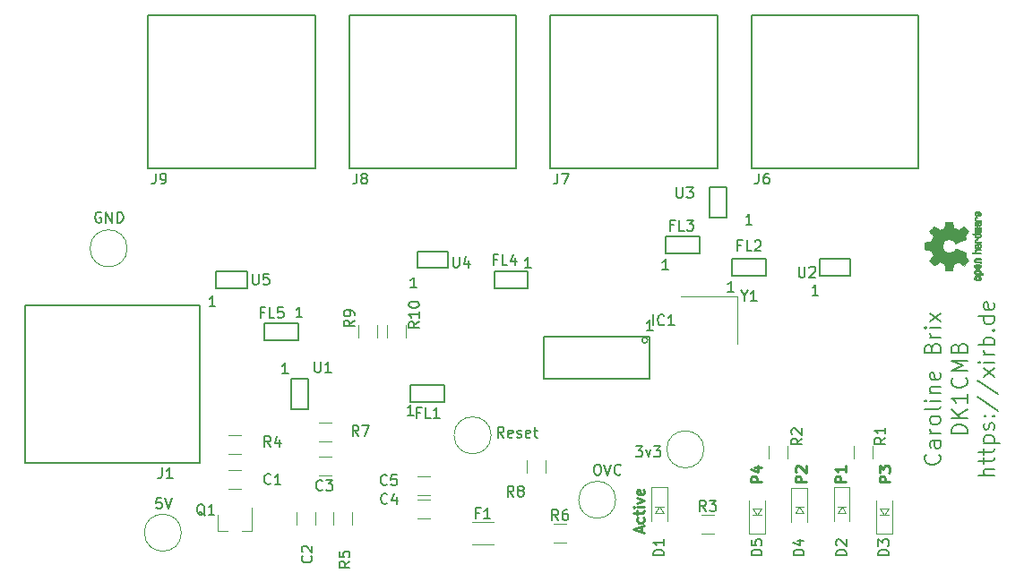
<source format=gbr>
%TF.GenerationSoftware,KiCad,Pcbnew,(2017-10-23 revision a562525)-master*%
%TF.CreationDate,2017-11-11T10:42:01+01:00*%
%TF.ProjectId,USB-Hub V2.0,5553422D4875622056322E302E6B6963,a*%
%TF.SameCoordinates,Original*%
%TF.FileFunction,Legend,Top*%
%TF.FilePolarity,Positive*%
%FSLAX46Y46*%
G04 Gerber Fmt 4.6, Leading zero omitted, Abs format (unit mm)*
G04 Created by KiCad (PCBNEW (2017-10-23 revision a562525)-master) date Saturday, 11. November 2017 'u42' 10:42:01*
%MOMM*%
%LPD*%
G01*
G04 APERTURE LIST*
%ADD10C,0.250000*%
%ADD11C,0.010000*%
%ADD12C,0.150000*%
%ADD13C,0.120000*%
%ADD14C,0.100000*%
G04 APERTURE END LIST*
D10*
X140184166Y-111474000D02*
X140184166Y-110997809D01*
X140469880Y-111569238D02*
X139469880Y-111235904D01*
X140469880Y-110902571D01*
X140422261Y-110140666D02*
X140469880Y-110235904D01*
X140469880Y-110426380D01*
X140422261Y-110521619D01*
X140374642Y-110569238D01*
X140279404Y-110616857D01*
X139993690Y-110616857D01*
X139898452Y-110569238D01*
X139850833Y-110521619D01*
X139803214Y-110426380D01*
X139803214Y-110235904D01*
X139850833Y-110140666D01*
X139803214Y-109854952D02*
X139803214Y-109474000D01*
X139469880Y-109712095D02*
X140327023Y-109712095D01*
X140422261Y-109664476D01*
X140469880Y-109569238D01*
X140469880Y-109474000D01*
X140469880Y-109140666D02*
X139803214Y-109140666D01*
X139469880Y-109140666D02*
X139517500Y-109188285D01*
X139565119Y-109140666D01*
X139517500Y-109093047D01*
X139469880Y-109140666D01*
X139565119Y-109140666D01*
X139803214Y-108759714D02*
X140469880Y-108521619D01*
X139803214Y-108283523D01*
X140422261Y-107521619D02*
X140469880Y-107616857D01*
X140469880Y-107807333D01*
X140422261Y-107902571D01*
X140327023Y-107950190D01*
X139946071Y-107950190D01*
X139850833Y-107902571D01*
X139803214Y-107807333D01*
X139803214Y-107616857D01*
X139850833Y-107521619D01*
X139946071Y-107474000D01*
X140041309Y-107474000D01*
X140136547Y-107950190D01*
X151582380Y-106783095D02*
X150582380Y-106783095D01*
X150582380Y-106402142D01*
X150630000Y-106306904D01*
X150677619Y-106259285D01*
X150772857Y-106211666D01*
X150915714Y-106211666D01*
X151010952Y-106259285D01*
X151058571Y-106306904D01*
X151106190Y-106402142D01*
X151106190Y-106783095D01*
X150915714Y-105354523D02*
X151582380Y-105354523D01*
X150534761Y-105592619D02*
X151249047Y-105830714D01*
X151249047Y-105211666D01*
X155773380Y-106783095D02*
X154773380Y-106783095D01*
X154773380Y-106402142D01*
X154821000Y-106306904D01*
X154868619Y-106259285D01*
X154963857Y-106211666D01*
X155106714Y-106211666D01*
X155201952Y-106259285D01*
X155249571Y-106306904D01*
X155297190Y-106402142D01*
X155297190Y-106783095D01*
X154868619Y-105830714D02*
X154821000Y-105783095D01*
X154773380Y-105687857D01*
X154773380Y-105449761D01*
X154821000Y-105354523D01*
X154868619Y-105306904D01*
X154963857Y-105259285D01*
X155059095Y-105259285D01*
X155201952Y-105306904D01*
X155773380Y-105878333D01*
X155773380Y-105259285D01*
X163710880Y-106783095D02*
X162710880Y-106783095D01*
X162710880Y-106402142D01*
X162758500Y-106306904D01*
X162806119Y-106259285D01*
X162901357Y-106211666D01*
X163044214Y-106211666D01*
X163139452Y-106259285D01*
X163187071Y-106306904D01*
X163234690Y-106402142D01*
X163234690Y-106783095D01*
X162710880Y-105878333D02*
X162710880Y-105259285D01*
X163091833Y-105592619D01*
X163091833Y-105449761D01*
X163139452Y-105354523D01*
X163187071Y-105306904D01*
X163282309Y-105259285D01*
X163520404Y-105259285D01*
X163615642Y-105306904D01*
X163663261Y-105354523D01*
X163710880Y-105449761D01*
X163710880Y-105735476D01*
X163663261Y-105830714D01*
X163615642Y-105878333D01*
X159519880Y-106783095D02*
X158519880Y-106783095D01*
X158519880Y-106402142D01*
X158567500Y-106306904D01*
X158615119Y-106259285D01*
X158710357Y-106211666D01*
X158853214Y-106211666D01*
X158948452Y-106259285D01*
X158996071Y-106306904D01*
X159043690Y-106402142D01*
X159043690Y-106783095D01*
X159519880Y-105259285D02*
X159519880Y-105830714D01*
X159519880Y-105545000D02*
X158519880Y-105545000D01*
X158662738Y-105640238D01*
X158757976Y-105735476D01*
X158805595Y-105830714D01*
D11*
%TO.C,Txt2*%
G36*
X166990548Y-84351090D02*
X166990978Y-84272546D01*
X166992142Y-84215702D01*
X166994407Y-84176895D01*
X166998140Y-84152462D01*
X167003706Y-84138738D01*
X167011473Y-84132060D01*
X167021805Y-84128764D01*
X167023143Y-84128444D01*
X167047279Y-84123438D01*
X167094901Y-84114171D01*
X167160941Y-84101608D01*
X167240328Y-84086713D01*
X167327996Y-84070449D01*
X167331075Y-84069881D01*
X167416989Y-84053590D01*
X167492896Y-84038348D01*
X167554245Y-84025139D01*
X167596482Y-84014946D01*
X167615055Y-84008752D01*
X167615384Y-84008457D01*
X167624453Y-83990212D01*
X167639567Y-83952595D01*
X167657462Y-83903729D01*
X167657558Y-83903457D01*
X167680693Y-83841907D01*
X167710165Y-83769343D01*
X167739797Y-83700943D01*
X167741262Y-83697706D01*
X167791826Y-83586298D01*
X167623360Y-83339601D01*
X167572003Y-83263923D01*
X167526089Y-83195369D01*
X167488230Y-83137912D01*
X167461037Y-83095524D01*
X167447121Y-83072175D01*
X167446089Y-83069958D01*
X167450684Y-83052990D01*
X167472855Y-83021299D01*
X167513647Y-82973648D01*
X167574105Y-82908802D01*
X167638427Y-82842603D01*
X167701812Y-82778786D01*
X167759651Y-82721671D01*
X167808375Y-82674695D01*
X167844410Y-82641297D01*
X167864184Y-82624915D01*
X167865202Y-82624306D01*
X167878772Y-82622495D01*
X167900933Y-82629317D01*
X167934678Y-82646460D01*
X167983000Y-82675607D01*
X168048892Y-82718445D01*
X168133717Y-82775552D01*
X168208377Y-82826234D01*
X168275340Y-82871539D01*
X168330716Y-82908850D01*
X168370620Y-82935548D01*
X168391162Y-82949015D01*
X168392556Y-82949863D01*
X168412238Y-82948219D01*
X168450493Y-82935755D01*
X168500089Y-82914952D01*
X168515928Y-82907538D01*
X168586490Y-82875186D01*
X168666553Y-82840672D01*
X168735829Y-82812635D01*
X168787245Y-82792432D01*
X168826319Y-82776385D01*
X168846741Y-82767112D01*
X168848314Y-82765959D01*
X168850921Y-82748904D01*
X168858063Y-82708702D01*
X168868723Y-82650698D01*
X168881885Y-82580237D01*
X168896533Y-82502665D01*
X168911649Y-82423328D01*
X168926218Y-82347569D01*
X168939222Y-82280736D01*
X168949645Y-82228172D01*
X168956470Y-82195224D01*
X168958399Y-82187143D01*
X168963162Y-82178795D01*
X168973918Y-82172494D01*
X168994298Y-82167955D01*
X169027934Y-82164896D01*
X169078455Y-82163033D01*
X169149492Y-82162082D01*
X169244676Y-82161760D01*
X169283692Y-82161743D01*
X169600999Y-82161743D01*
X169616039Y-82237943D01*
X169624195Y-82280337D01*
X169636099Y-82343600D01*
X169650316Y-82420038D01*
X169665410Y-82501957D01*
X169669555Y-82524600D01*
X169684253Y-82600194D01*
X169698705Y-82666047D01*
X169711575Y-82716634D01*
X169721522Y-82746426D01*
X169724487Y-82751388D01*
X169745483Y-82763574D01*
X169786167Y-82781047D01*
X169838522Y-82800423D01*
X169849800Y-82804266D01*
X169919723Y-82829661D01*
X169998618Y-82861183D01*
X170069466Y-82892031D01*
X170069795Y-82892183D01*
X170180933Y-82943553D01*
X170429453Y-82774601D01*
X170677972Y-82605648D01*
X170895258Y-82822571D01*
X170959926Y-82888181D01*
X171016933Y-82948021D01*
X171063233Y-82998733D01*
X171095784Y-83036954D01*
X171111543Y-83059325D01*
X171112543Y-83062534D01*
X171104669Y-83081374D01*
X171082778Y-83119820D01*
X171049467Y-83173670D01*
X171007331Y-83238724D01*
X170960143Y-83309060D01*
X170912010Y-83380445D01*
X170870128Y-83444092D01*
X170837071Y-83495959D01*
X170815418Y-83532005D01*
X170807743Y-83548133D01*
X170814237Y-83567811D01*
X170831350Y-83605125D01*
X170855526Y-83652379D01*
X170858213Y-83657388D01*
X170890127Y-83721023D01*
X170905779Y-83764659D01*
X170905945Y-83791798D01*
X170891404Y-83805943D01*
X170891200Y-83806025D01*
X170873979Y-83813095D01*
X170833099Y-83829958D01*
X170771725Y-83855305D01*
X170693019Y-83887829D01*
X170600147Y-83926222D01*
X170496272Y-83969178D01*
X170395702Y-84010778D01*
X170284716Y-84056496D01*
X170181903Y-84098474D01*
X170090415Y-84135452D01*
X170013401Y-84166173D01*
X169954015Y-84189378D01*
X169915409Y-84203810D01*
X169901000Y-84208257D01*
X169884472Y-84197104D01*
X169858130Y-84167931D01*
X169829087Y-84129029D01*
X169737239Y-84018243D01*
X169631959Y-83931649D01*
X169515466Y-83870284D01*
X169389976Y-83835185D01*
X169257707Y-83827392D01*
X169196657Y-83833057D01*
X169069995Y-83863922D01*
X168958141Y-83917080D01*
X168862201Y-83989233D01*
X168783276Y-84077083D01*
X168722470Y-84177335D01*
X168680887Y-84286690D01*
X168659628Y-84401853D01*
X168659799Y-84519525D01*
X168682501Y-84636410D01*
X168728838Y-84749211D01*
X168799913Y-84854631D01*
X168840111Y-84898632D01*
X168943329Y-84983021D01*
X169056125Y-85041778D01*
X169175210Y-85075296D01*
X169297295Y-85083965D01*
X169419093Y-85068177D01*
X169537316Y-85028322D01*
X169648675Y-84964793D01*
X169749884Y-84877979D01*
X169829087Y-84780971D01*
X169859362Y-84740563D01*
X169885419Y-84712018D01*
X169901025Y-84701743D01*
X169918043Y-84707123D01*
X169958700Y-84722425D01*
X170019842Y-84746388D01*
X170098319Y-84777756D01*
X170190980Y-84815268D01*
X170294672Y-84857667D01*
X170395726Y-84899337D01*
X170506807Y-84945310D01*
X170609741Y-84987893D01*
X170701365Y-85025779D01*
X170778516Y-85057660D01*
X170838031Y-85082229D01*
X170876744Y-85098180D01*
X170891200Y-85104090D01*
X170905885Y-85118052D01*
X170905842Y-85145060D01*
X170890299Y-85188587D01*
X170858484Y-85252110D01*
X170858213Y-85252612D01*
X170833523Y-85300440D01*
X170815538Y-85339103D01*
X170807814Y-85360905D01*
X170807743Y-85361867D01*
X170815578Y-85378279D01*
X170837365Y-85414513D01*
X170870528Y-85466526D01*
X170912491Y-85530275D01*
X170960143Y-85600940D01*
X171008391Y-85672884D01*
X171050351Y-85737726D01*
X171083427Y-85791265D01*
X171105021Y-85829303D01*
X171112543Y-85847467D01*
X171102657Y-85864192D01*
X171075026Y-85897820D01*
X171032695Y-85944990D01*
X170978705Y-86002342D01*
X170916099Y-86066516D01*
X170895183Y-86087503D01*
X170677823Y-86304501D01*
X170435420Y-86139332D01*
X170360981Y-86089136D01*
X170294172Y-86045081D01*
X170238865Y-86009638D01*
X170198929Y-85985281D01*
X170178236Y-85974478D01*
X170176763Y-85974162D01*
X170157258Y-85979857D01*
X170118022Y-85995174D01*
X170065630Y-86017463D01*
X170030555Y-86033107D01*
X169963401Y-86062359D01*
X169895558Y-86089906D01*
X169838234Y-86111263D01*
X169820772Y-86117065D01*
X169774138Y-86133548D01*
X169738105Y-86149660D01*
X169724487Y-86158510D01*
X169716152Y-86178040D01*
X169704337Y-86220666D01*
X169690381Y-86280855D01*
X169675622Y-86353078D01*
X169669555Y-86385400D01*
X169654473Y-86467478D01*
X169639869Y-86546205D01*
X169627180Y-86613891D01*
X169617842Y-86662840D01*
X169616039Y-86672057D01*
X169600999Y-86748257D01*
X169283692Y-86748257D01*
X169179354Y-86748086D01*
X169100413Y-86747384D01*
X169043238Y-86745866D01*
X169004199Y-86743251D01*
X168979665Y-86739254D01*
X168966005Y-86733591D01*
X168959589Y-86725980D01*
X168958399Y-86722857D01*
X168954180Y-86704022D01*
X168945762Y-86662412D01*
X168934161Y-86603370D01*
X168920395Y-86532243D01*
X168905480Y-86454375D01*
X168890432Y-86375113D01*
X168876269Y-86299802D01*
X168864006Y-86233787D01*
X168854661Y-86182413D01*
X168849250Y-86151025D01*
X168848314Y-86144041D01*
X168835796Y-86137715D01*
X168802446Y-86123710D01*
X168754577Y-86104645D01*
X168735829Y-86097366D01*
X168663395Y-86068004D01*
X168583370Y-86033429D01*
X168515928Y-86002463D01*
X168464359Y-85979677D01*
X168421985Y-85964518D01*
X168396034Y-85959458D01*
X168392556Y-85960264D01*
X168376136Y-85970959D01*
X168339617Y-85995380D01*
X168286887Y-86030905D01*
X168221835Y-86074913D01*
X168148351Y-86124783D01*
X168133845Y-86134644D01*
X168047904Y-86192508D01*
X167982461Y-86235044D01*
X167934504Y-86263946D01*
X167901020Y-86280910D01*
X167878995Y-86287633D01*
X167865417Y-86285810D01*
X167865331Y-86285764D01*
X167847497Y-86271414D01*
X167813017Y-86239677D01*
X167765468Y-86193990D01*
X167708422Y-86137796D01*
X167645455Y-86074532D01*
X167638427Y-86067398D01*
X167561220Y-85987670D01*
X167504530Y-85926143D01*
X167467310Y-85881579D01*
X167448515Y-85852743D01*
X167446089Y-85840042D01*
X167456671Y-85821506D01*
X167481116Y-85783039D01*
X167516812Y-85728614D01*
X167561147Y-85662202D01*
X167611511Y-85587775D01*
X167623360Y-85570399D01*
X167791826Y-85323703D01*
X167741262Y-85212294D01*
X167711795Y-85144543D01*
X167682159Y-85071817D01*
X167658530Y-85009297D01*
X167657558Y-85006543D01*
X167639657Y-84957640D01*
X167624520Y-84919943D01*
X167615410Y-84901575D01*
X167615384Y-84901544D01*
X167598917Y-84895715D01*
X167558419Y-84885808D01*
X167498442Y-84872805D01*
X167423540Y-84857691D01*
X167338264Y-84841448D01*
X167331075Y-84840119D01*
X167243214Y-84823825D01*
X167163460Y-84808867D01*
X167096881Y-84796209D01*
X167048547Y-84786814D01*
X167023525Y-84781646D01*
X167023143Y-84781556D01*
X167012499Y-84778411D01*
X167004462Y-84772296D01*
X166998667Y-84759547D01*
X166994747Y-84736500D01*
X166992335Y-84699491D01*
X166991065Y-84644856D01*
X166990571Y-84568933D01*
X166990486Y-84468056D01*
X166990486Y-84455000D01*
X166990548Y-84351090D01*
X166990548Y-84351090D01*
G37*
X166990548Y-84351090D02*
X166990978Y-84272546D01*
X166992142Y-84215702D01*
X166994407Y-84176895D01*
X166998140Y-84152462D01*
X167003706Y-84138738D01*
X167011473Y-84132060D01*
X167021805Y-84128764D01*
X167023143Y-84128444D01*
X167047279Y-84123438D01*
X167094901Y-84114171D01*
X167160941Y-84101608D01*
X167240328Y-84086713D01*
X167327996Y-84070449D01*
X167331075Y-84069881D01*
X167416989Y-84053590D01*
X167492896Y-84038348D01*
X167554245Y-84025139D01*
X167596482Y-84014946D01*
X167615055Y-84008752D01*
X167615384Y-84008457D01*
X167624453Y-83990212D01*
X167639567Y-83952595D01*
X167657462Y-83903729D01*
X167657558Y-83903457D01*
X167680693Y-83841907D01*
X167710165Y-83769343D01*
X167739797Y-83700943D01*
X167741262Y-83697706D01*
X167791826Y-83586298D01*
X167623360Y-83339601D01*
X167572003Y-83263923D01*
X167526089Y-83195369D01*
X167488230Y-83137912D01*
X167461037Y-83095524D01*
X167447121Y-83072175D01*
X167446089Y-83069958D01*
X167450684Y-83052990D01*
X167472855Y-83021299D01*
X167513647Y-82973648D01*
X167574105Y-82908802D01*
X167638427Y-82842603D01*
X167701812Y-82778786D01*
X167759651Y-82721671D01*
X167808375Y-82674695D01*
X167844410Y-82641297D01*
X167864184Y-82624915D01*
X167865202Y-82624306D01*
X167878772Y-82622495D01*
X167900933Y-82629317D01*
X167934678Y-82646460D01*
X167983000Y-82675607D01*
X168048892Y-82718445D01*
X168133717Y-82775552D01*
X168208377Y-82826234D01*
X168275340Y-82871539D01*
X168330716Y-82908850D01*
X168370620Y-82935548D01*
X168391162Y-82949015D01*
X168392556Y-82949863D01*
X168412238Y-82948219D01*
X168450493Y-82935755D01*
X168500089Y-82914952D01*
X168515928Y-82907538D01*
X168586490Y-82875186D01*
X168666553Y-82840672D01*
X168735829Y-82812635D01*
X168787245Y-82792432D01*
X168826319Y-82776385D01*
X168846741Y-82767112D01*
X168848314Y-82765959D01*
X168850921Y-82748904D01*
X168858063Y-82708702D01*
X168868723Y-82650698D01*
X168881885Y-82580237D01*
X168896533Y-82502665D01*
X168911649Y-82423328D01*
X168926218Y-82347569D01*
X168939222Y-82280736D01*
X168949645Y-82228172D01*
X168956470Y-82195224D01*
X168958399Y-82187143D01*
X168963162Y-82178795D01*
X168973918Y-82172494D01*
X168994298Y-82167955D01*
X169027934Y-82164896D01*
X169078455Y-82163033D01*
X169149492Y-82162082D01*
X169244676Y-82161760D01*
X169283692Y-82161743D01*
X169600999Y-82161743D01*
X169616039Y-82237943D01*
X169624195Y-82280337D01*
X169636099Y-82343600D01*
X169650316Y-82420038D01*
X169665410Y-82501957D01*
X169669555Y-82524600D01*
X169684253Y-82600194D01*
X169698705Y-82666047D01*
X169711575Y-82716634D01*
X169721522Y-82746426D01*
X169724487Y-82751388D01*
X169745483Y-82763574D01*
X169786167Y-82781047D01*
X169838522Y-82800423D01*
X169849800Y-82804266D01*
X169919723Y-82829661D01*
X169998618Y-82861183D01*
X170069466Y-82892031D01*
X170069795Y-82892183D01*
X170180933Y-82943553D01*
X170429453Y-82774601D01*
X170677972Y-82605648D01*
X170895258Y-82822571D01*
X170959926Y-82888181D01*
X171016933Y-82948021D01*
X171063233Y-82998733D01*
X171095784Y-83036954D01*
X171111543Y-83059325D01*
X171112543Y-83062534D01*
X171104669Y-83081374D01*
X171082778Y-83119820D01*
X171049467Y-83173670D01*
X171007331Y-83238724D01*
X170960143Y-83309060D01*
X170912010Y-83380445D01*
X170870128Y-83444092D01*
X170837071Y-83495959D01*
X170815418Y-83532005D01*
X170807743Y-83548133D01*
X170814237Y-83567811D01*
X170831350Y-83605125D01*
X170855526Y-83652379D01*
X170858213Y-83657388D01*
X170890127Y-83721023D01*
X170905779Y-83764659D01*
X170905945Y-83791798D01*
X170891404Y-83805943D01*
X170891200Y-83806025D01*
X170873979Y-83813095D01*
X170833099Y-83829958D01*
X170771725Y-83855305D01*
X170693019Y-83887829D01*
X170600147Y-83926222D01*
X170496272Y-83969178D01*
X170395702Y-84010778D01*
X170284716Y-84056496D01*
X170181903Y-84098474D01*
X170090415Y-84135452D01*
X170013401Y-84166173D01*
X169954015Y-84189378D01*
X169915409Y-84203810D01*
X169901000Y-84208257D01*
X169884472Y-84197104D01*
X169858130Y-84167931D01*
X169829087Y-84129029D01*
X169737239Y-84018243D01*
X169631959Y-83931649D01*
X169515466Y-83870284D01*
X169389976Y-83835185D01*
X169257707Y-83827392D01*
X169196657Y-83833057D01*
X169069995Y-83863922D01*
X168958141Y-83917080D01*
X168862201Y-83989233D01*
X168783276Y-84077083D01*
X168722470Y-84177335D01*
X168680887Y-84286690D01*
X168659628Y-84401853D01*
X168659799Y-84519525D01*
X168682501Y-84636410D01*
X168728838Y-84749211D01*
X168799913Y-84854631D01*
X168840111Y-84898632D01*
X168943329Y-84983021D01*
X169056125Y-85041778D01*
X169175210Y-85075296D01*
X169297295Y-85083965D01*
X169419093Y-85068177D01*
X169537316Y-85028322D01*
X169648675Y-84964793D01*
X169749884Y-84877979D01*
X169829087Y-84780971D01*
X169859362Y-84740563D01*
X169885419Y-84712018D01*
X169901025Y-84701743D01*
X169918043Y-84707123D01*
X169958700Y-84722425D01*
X170019842Y-84746388D01*
X170098319Y-84777756D01*
X170190980Y-84815268D01*
X170294672Y-84857667D01*
X170395726Y-84899337D01*
X170506807Y-84945310D01*
X170609741Y-84987893D01*
X170701365Y-85025779D01*
X170778516Y-85057660D01*
X170838031Y-85082229D01*
X170876744Y-85098180D01*
X170891200Y-85104090D01*
X170905885Y-85118052D01*
X170905842Y-85145060D01*
X170890299Y-85188587D01*
X170858484Y-85252110D01*
X170858213Y-85252612D01*
X170833523Y-85300440D01*
X170815538Y-85339103D01*
X170807814Y-85360905D01*
X170807743Y-85361867D01*
X170815578Y-85378279D01*
X170837365Y-85414513D01*
X170870528Y-85466526D01*
X170912491Y-85530275D01*
X170960143Y-85600940D01*
X171008391Y-85672884D01*
X171050351Y-85737726D01*
X171083427Y-85791265D01*
X171105021Y-85829303D01*
X171112543Y-85847467D01*
X171102657Y-85864192D01*
X171075026Y-85897820D01*
X171032695Y-85944990D01*
X170978705Y-86002342D01*
X170916099Y-86066516D01*
X170895183Y-86087503D01*
X170677823Y-86304501D01*
X170435420Y-86139332D01*
X170360981Y-86089136D01*
X170294172Y-86045081D01*
X170238865Y-86009638D01*
X170198929Y-85985281D01*
X170178236Y-85974478D01*
X170176763Y-85974162D01*
X170157258Y-85979857D01*
X170118022Y-85995174D01*
X170065630Y-86017463D01*
X170030555Y-86033107D01*
X169963401Y-86062359D01*
X169895558Y-86089906D01*
X169838234Y-86111263D01*
X169820772Y-86117065D01*
X169774138Y-86133548D01*
X169738105Y-86149660D01*
X169724487Y-86158510D01*
X169716152Y-86178040D01*
X169704337Y-86220666D01*
X169690381Y-86280855D01*
X169675622Y-86353078D01*
X169669555Y-86385400D01*
X169654473Y-86467478D01*
X169639869Y-86546205D01*
X169627180Y-86613891D01*
X169617842Y-86662840D01*
X169616039Y-86672057D01*
X169600999Y-86748257D01*
X169283692Y-86748257D01*
X169179354Y-86748086D01*
X169100413Y-86747384D01*
X169043238Y-86745866D01*
X169004199Y-86743251D01*
X168979665Y-86739254D01*
X168966005Y-86733591D01*
X168959589Y-86725980D01*
X168958399Y-86722857D01*
X168954180Y-86704022D01*
X168945762Y-86662412D01*
X168934161Y-86603370D01*
X168920395Y-86532243D01*
X168905480Y-86454375D01*
X168890432Y-86375113D01*
X168876269Y-86299802D01*
X168864006Y-86233787D01*
X168854661Y-86182413D01*
X168849250Y-86151025D01*
X168848314Y-86144041D01*
X168835796Y-86137715D01*
X168802446Y-86123710D01*
X168754577Y-86104645D01*
X168735829Y-86097366D01*
X168663395Y-86068004D01*
X168583370Y-86033429D01*
X168515928Y-86002463D01*
X168464359Y-85979677D01*
X168421985Y-85964518D01*
X168396034Y-85959458D01*
X168392556Y-85960264D01*
X168376136Y-85970959D01*
X168339617Y-85995380D01*
X168286887Y-86030905D01*
X168221835Y-86074913D01*
X168148351Y-86124783D01*
X168133845Y-86134644D01*
X168047904Y-86192508D01*
X167982461Y-86235044D01*
X167934504Y-86263946D01*
X167901020Y-86280910D01*
X167878995Y-86287633D01*
X167865417Y-86285810D01*
X167865331Y-86285764D01*
X167847497Y-86271414D01*
X167813017Y-86239677D01*
X167765468Y-86193990D01*
X167708422Y-86137796D01*
X167645455Y-86074532D01*
X167638427Y-86067398D01*
X167561220Y-85987670D01*
X167504530Y-85926143D01*
X167467310Y-85881579D01*
X167448515Y-85852743D01*
X167446089Y-85840042D01*
X167456671Y-85821506D01*
X167481116Y-85783039D01*
X167516812Y-85728614D01*
X167561147Y-85662202D01*
X167611511Y-85587775D01*
X167623360Y-85570399D01*
X167791826Y-85323703D01*
X167741262Y-85212294D01*
X167711795Y-85144543D01*
X167682159Y-85071817D01*
X167658530Y-85009297D01*
X167657558Y-85006543D01*
X167639657Y-84957640D01*
X167624520Y-84919943D01*
X167615410Y-84901575D01*
X167615384Y-84901544D01*
X167598917Y-84895715D01*
X167558419Y-84885808D01*
X167498442Y-84872805D01*
X167423540Y-84857691D01*
X167338264Y-84841448D01*
X167331075Y-84840119D01*
X167243214Y-84823825D01*
X167163460Y-84808867D01*
X167096881Y-84796209D01*
X167048547Y-84786814D01*
X167023525Y-84781646D01*
X167023143Y-84781556D01*
X167012499Y-84778411D01*
X167004462Y-84772296D01*
X166998667Y-84759547D01*
X166994747Y-84736500D01*
X166992335Y-84699491D01*
X166991065Y-84644856D01*
X166990571Y-84568933D01*
X166990486Y-84468056D01*
X166990486Y-84455000D01*
X166990548Y-84351090D01*
G36*
X171715166Y-81301405D02*
X171752697Y-81243979D01*
X171786296Y-81216281D01*
X171847264Y-81194338D01*
X171895508Y-81192595D01*
X171960016Y-81196543D01*
X172025134Y-81345314D01*
X172058402Y-81417651D01*
X172085164Y-81464916D01*
X172108344Y-81489493D01*
X172130867Y-81493763D01*
X172155655Y-81480111D01*
X172172086Y-81465057D01*
X172198435Y-81421254D01*
X172200281Y-81373611D01*
X172179746Y-81329855D01*
X172138952Y-81297711D01*
X172124547Y-81291962D01*
X172079556Y-81264424D01*
X172060382Y-81232742D01*
X172043979Y-81189286D01*
X172106166Y-81189286D01*
X172148483Y-81193128D01*
X172184169Y-81208177D01*
X172225143Y-81239720D01*
X172230467Y-81244408D01*
X172266920Y-81279494D01*
X172286483Y-81309653D01*
X172295483Y-81347385D01*
X172298430Y-81378665D01*
X172299165Y-81434615D01*
X172289860Y-81474445D01*
X172276046Y-81499292D01*
X172245667Y-81538344D01*
X172212813Y-81565375D01*
X172171494Y-81582483D01*
X172115721Y-81591762D01*
X172039505Y-81595307D01*
X172000822Y-81595590D01*
X171954447Y-81594628D01*
X171954447Y-81506993D01*
X171979326Y-81505977D01*
X171983400Y-81503444D01*
X171977865Y-81486726D01*
X171963217Y-81450751D01*
X171942390Y-81402669D01*
X171937914Y-81392614D01*
X171907014Y-81331848D01*
X171879857Y-81298368D01*
X171854420Y-81291010D01*
X171828681Y-81308609D01*
X171817309Y-81323144D01*
X171794564Y-81375590D01*
X171798322Y-81424678D01*
X171826084Y-81465773D01*
X171875352Y-81494242D01*
X171914457Y-81503369D01*
X171954447Y-81506993D01*
X171954447Y-81594628D01*
X171910449Y-81593715D01*
X171843584Y-81586804D01*
X171794895Y-81573116D01*
X171759049Y-81550904D01*
X171730713Y-81518426D01*
X171721555Y-81504267D01*
X171697707Y-81439947D01*
X171696206Y-81369527D01*
X171715166Y-81301405D01*
X171715166Y-81301405D01*
G37*
X171715166Y-81301405D02*
X171752697Y-81243979D01*
X171786296Y-81216281D01*
X171847264Y-81194338D01*
X171895508Y-81192595D01*
X171960016Y-81196543D01*
X172025134Y-81345314D01*
X172058402Y-81417651D01*
X172085164Y-81464916D01*
X172108344Y-81489493D01*
X172130867Y-81493763D01*
X172155655Y-81480111D01*
X172172086Y-81465057D01*
X172198435Y-81421254D01*
X172200281Y-81373611D01*
X172179746Y-81329855D01*
X172138952Y-81297711D01*
X172124547Y-81291962D01*
X172079556Y-81264424D01*
X172060382Y-81232742D01*
X172043979Y-81189286D01*
X172106166Y-81189286D01*
X172148483Y-81193128D01*
X172184169Y-81208177D01*
X172225143Y-81239720D01*
X172230467Y-81244408D01*
X172266920Y-81279494D01*
X172286483Y-81309653D01*
X172295483Y-81347385D01*
X172298430Y-81378665D01*
X172299165Y-81434615D01*
X172289860Y-81474445D01*
X172276046Y-81499292D01*
X172245667Y-81538344D01*
X172212813Y-81565375D01*
X172171494Y-81582483D01*
X172115721Y-81591762D01*
X172039505Y-81595307D01*
X172000822Y-81595590D01*
X171954447Y-81594628D01*
X171954447Y-81506993D01*
X171979326Y-81505977D01*
X171983400Y-81503444D01*
X171977865Y-81486726D01*
X171963217Y-81450751D01*
X171942390Y-81402669D01*
X171937914Y-81392614D01*
X171907014Y-81331848D01*
X171879857Y-81298368D01*
X171854420Y-81291010D01*
X171828681Y-81308609D01*
X171817309Y-81323144D01*
X171794564Y-81375590D01*
X171798322Y-81424678D01*
X171826084Y-81465773D01*
X171875352Y-81494242D01*
X171914457Y-81503369D01*
X171954447Y-81506993D01*
X171954447Y-81594628D01*
X171910449Y-81593715D01*
X171843584Y-81586804D01*
X171794895Y-81573116D01*
X171759049Y-81550904D01*
X171730713Y-81518426D01*
X171721555Y-81504267D01*
X171697707Y-81439947D01*
X171696206Y-81369527D01*
X171715166Y-81301405D01*
G36*
X171706952Y-81802400D02*
X171714534Y-81785052D01*
X171747328Y-81743644D01*
X171794747Y-81708235D01*
X171845351Y-81686336D01*
X171870298Y-81682771D01*
X171905127Y-81694721D01*
X171923557Y-81720933D01*
X171934716Y-81749036D01*
X171936772Y-81761905D01*
X171921849Y-81768171D01*
X171889375Y-81780544D01*
X171874702Y-81785972D01*
X171823944Y-81816410D01*
X171798627Y-81860480D01*
X171799406Y-81916990D01*
X171800403Y-81921175D01*
X171814707Y-81951345D01*
X171842593Y-81973524D01*
X171887487Y-81988673D01*
X171952815Y-81997750D01*
X172042004Y-82001714D01*
X172089461Y-82002086D01*
X172164271Y-82002270D01*
X172215269Y-82003478D01*
X172247671Y-82006691D01*
X172266695Y-82012891D01*
X172277556Y-82023060D01*
X172285472Y-82038181D01*
X172285870Y-82039054D01*
X172298181Y-82068172D01*
X172302714Y-82082597D01*
X172289009Y-82084814D01*
X172251125Y-82086711D01*
X172193915Y-82088153D01*
X172122227Y-82089002D01*
X172069765Y-82089171D01*
X171968247Y-82088308D01*
X171891232Y-82084930D01*
X171834223Y-82077858D01*
X171792726Y-82065912D01*
X171762243Y-82047910D01*
X171738280Y-82022673D01*
X171721555Y-81997753D01*
X171699297Y-81937829D01*
X171694276Y-81868089D01*
X171706952Y-81802400D01*
X171706952Y-81802400D01*
G37*
X171706952Y-81802400D02*
X171714534Y-81785052D01*
X171747328Y-81743644D01*
X171794747Y-81708235D01*
X171845351Y-81686336D01*
X171870298Y-81682771D01*
X171905127Y-81694721D01*
X171923557Y-81720933D01*
X171934716Y-81749036D01*
X171936772Y-81761905D01*
X171921849Y-81768171D01*
X171889375Y-81780544D01*
X171874702Y-81785972D01*
X171823944Y-81816410D01*
X171798627Y-81860480D01*
X171799406Y-81916990D01*
X171800403Y-81921175D01*
X171814707Y-81951345D01*
X171842593Y-81973524D01*
X171887487Y-81988673D01*
X171952815Y-81997750D01*
X172042004Y-82001714D01*
X172089461Y-82002086D01*
X172164271Y-82002270D01*
X172215269Y-82003478D01*
X172247671Y-82006691D01*
X172266695Y-82012891D01*
X172277556Y-82023060D01*
X172285472Y-82038181D01*
X172285870Y-82039054D01*
X172298181Y-82068172D01*
X172302714Y-82082597D01*
X172289009Y-82084814D01*
X172251125Y-82086711D01*
X172193915Y-82088153D01*
X172122227Y-82089002D01*
X172069765Y-82089171D01*
X171968247Y-82088308D01*
X171891232Y-82084930D01*
X171834223Y-82077858D01*
X171792726Y-82065912D01*
X171762243Y-82047910D01*
X171738280Y-82022673D01*
X171721555Y-81997753D01*
X171699297Y-81937829D01*
X171694276Y-81868089D01*
X171706952Y-81802400D01*
G36*
X171704535Y-82310124D02*
X171723544Y-82268333D01*
X171746578Y-82235531D01*
X171772333Y-82211497D01*
X171805558Y-82194903D01*
X171851000Y-82184423D01*
X171913407Y-82178729D01*
X171997527Y-82176493D01*
X172052921Y-82176257D01*
X172269026Y-82176257D01*
X172285870Y-82213226D01*
X172298181Y-82242344D01*
X172302714Y-82256769D01*
X172289225Y-82259528D01*
X172252853Y-82261718D01*
X172199742Y-82263058D01*
X172157572Y-82263343D01*
X172096647Y-82264566D01*
X172048315Y-82267864D01*
X172018718Y-82272679D01*
X172012429Y-82276504D01*
X172018852Y-82302217D01*
X172035325Y-82342582D01*
X172057658Y-82389321D01*
X172081657Y-82434155D01*
X172103130Y-82468807D01*
X172117885Y-82484998D01*
X172118045Y-82485062D01*
X172145352Y-82483670D01*
X172171419Y-82471182D01*
X172192592Y-82449257D01*
X172199674Y-82417257D01*
X172198849Y-82389908D01*
X172198242Y-82351174D01*
X172207316Y-82330842D01*
X172231292Y-82318631D01*
X172235813Y-82317091D01*
X172270006Y-82311797D01*
X172290768Y-82325953D01*
X172300662Y-82362852D01*
X172302492Y-82402711D01*
X172288927Y-82474438D01*
X172269555Y-82511568D01*
X172224045Y-82557424D01*
X172168183Y-82581744D01*
X172109157Y-82583927D01*
X172054153Y-82563371D01*
X172019686Y-82532451D01*
X172000389Y-82501580D01*
X171975959Y-82453058D01*
X171951185Y-82396515D01*
X171947399Y-82387090D01*
X171919991Y-82324981D01*
X171895834Y-82289178D01*
X171871819Y-82277663D01*
X171844835Y-82288420D01*
X171823743Y-82306886D01*
X171797772Y-82350531D01*
X171795824Y-82398554D01*
X171815837Y-82442594D01*
X171855751Y-82474291D01*
X171866048Y-82478451D01*
X171903924Y-82502673D01*
X171932042Y-82538035D01*
X171955117Y-82582657D01*
X171889685Y-82582657D01*
X171849706Y-82580031D01*
X171818197Y-82568770D01*
X171784578Y-82543801D01*
X171758684Y-82519831D01*
X171722017Y-82482559D01*
X171702321Y-82453599D01*
X171694420Y-82422495D01*
X171693114Y-82387287D01*
X171704535Y-82310124D01*
X171704535Y-82310124D01*
G37*
X171704535Y-82310124D02*
X171723544Y-82268333D01*
X171746578Y-82235531D01*
X171772333Y-82211497D01*
X171805558Y-82194903D01*
X171851000Y-82184423D01*
X171913407Y-82178729D01*
X171997527Y-82176493D01*
X172052921Y-82176257D01*
X172269026Y-82176257D01*
X172285870Y-82213226D01*
X172298181Y-82242344D01*
X172302714Y-82256769D01*
X172289225Y-82259528D01*
X172252853Y-82261718D01*
X172199742Y-82263058D01*
X172157572Y-82263343D01*
X172096647Y-82264566D01*
X172048315Y-82267864D01*
X172018718Y-82272679D01*
X172012429Y-82276504D01*
X172018852Y-82302217D01*
X172035325Y-82342582D01*
X172057658Y-82389321D01*
X172081657Y-82434155D01*
X172103130Y-82468807D01*
X172117885Y-82484998D01*
X172118045Y-82485062D01*
X172145352Y-82483670D01*
X172171419Y-82471182D01*
X172192592Y-82449257D01*
X172199674Y-82417257D01*
X172198849Y-82389908D01*
X172198242Y-82351174D01*
X172207316Y-82330842D01*
X172231292Y-82318631D01*
X172235813Y-82317091D01*
X172270006Y-82311797D01*
X172290768Y-82325953D01*
X172300662Y-82362852D01*
X172302492Y-82402711D01*
X172288927Y-82474438D01*
X172269555Y-82511568D01*
X172224045Y-82557424D01*
X172168183Y-82581744D01*
X172109157Y-82583927D01*
X172054153Y-82563371D01*
X172019686Y-82532451D01*
X172000389Y-82501580D01*
X171975959Y-82453058D01*
X171951185Y-82396515D01*
X171947399Y-82387090D01*
X171919991Y-82324981D01*
X171895834Y-82289178D01*
X171871819Y-82277663D01*
X171844835Y-82288420D01*
X171823743Y-82306886D01*
X171797772Y-82350531D01*
X171795824Y-82398554D01*
X171815837Y-82442594D01*
X171855751Y-82474291D01*
X171866048Y-82478451D01*
X171903924Y-82502673D01*
X171932042Y-82538035D01*
X171955117Y-82582657D01*
X171889685Y-82582657D01*
X171849706Y-82580031D01*
X171818197Y-82568770D01*
X171784578Y-82543801D01*
X171758684Y-82519831D01*
X171722017Y-82482559D01*
X171702321Y-82453599D01*
X171694420Y-82422495D01*
X171693114Y-82387287D01*
X171704535Y-82310124D01*
G36*
X171706863Y-82675167D02*
X171745050Y-82672952D01*
X171803086Y-82671216D01*
X171876380Y-82670101D01*
X171953255Y-82669743D01*
X172213396Y-82669743D01*
X172259327Y-82715674D01*
X172287629Y-82747325D01*
X172299093Y-82775110D01*
X172298368Y-82813085D01*
X172296521Y-82828160D01*
X172291148Y-82875274D01*
X172288069Y-82914244D01*
X172287785Y-82923743D01*
X172289645Y-82955767D01*
X172294314Y-83001568D01*
X172296521Y-83019326D01*
X172299935Y-83062943D01*
X172292520Y-83092255D01*
X172269627Y-83121320D01*
X172259327Y-83131812D01*
X172213396Y-83177743D01*
X171726802Y-83177743D01*
X171709958Y-83140774D01*
X171697482Y-83108941D01*
X171693114Y-83090317D01*
X171706918Y-83085542D01*
X171745486Y-83081079D01*
X171804556Y-83077225D01*
X171879863Y-83074278D01*
X171943486Y-83072857D01*
X172193857Y-83068886D01*
X172198756Y-83034241D01*
X172195331Y-83002732D01*
X172184241Y-82987292D01*
X172163508Y-82982977D01*
X172119345Y-82979292D01*
X172057346Y-82976531D01*
X171983109Y-82974988D01*
X171944906Y-82974765D01*
X171724983Y-82974543D01*
X171709049Y-82928834D01*
X171698215Y-82896482D01*
X171693162Y-82878885D01*
X171693114Y-82878377D01*
X171706848Y-82876612D01*
X171744930Y-82874671D01*
X171802682Y-82872718D01*
X171875427Y-82870916D01*
X171943486Y-82869657D01*
X172193857Y-82865686D01*
X172193857Y-82778600D01*
X171965440Y-82774604D01*
X171737022Y-82770608D01*
X171715068Y-82728153D01*
X171699993Y-82696808D01*
X171693151Y-82678256D01*
X171693114Y-82677721D01*
X171706863Y-82675167D01*
X171706863Y-82675167D01*
G37*
X171706863Y-82675167D02*
X171745050Y-82672952D01*
X171803086Y-82671216D01*
X171876380Y-82670101D01*
X171953255Y-82669743D01*
X172213396Y-82669743D01*
X172259327Y-82715674D01*
X172287629Y-82747325D01*
X172299093Y-82775110D01*
X172298368Y-82813085D01*
X172296521Y-82828160D01*
X172291148Y-82875274D01*
X172288069Y-82914244D01*
X172287785Y-82923743D01*
X172289645Y-82955767D01*
X172294314Y-83001568D01*
X172296521Y-83019326D01*
X172299935Y-83062943D01*
X172292520Y-83092255D01*
X172269627Y-83121320D01*
X172259327Y-83131812D01*
X172213396Y-83177743D01*
X171726802Y-83177743D01*
X171709958Y-83140774D01*
X171697482Y-83108941D01*
X171693114Y-83090317D01*
X171706918Y-83085542D01*
X171745486Y-83081079D01*
X171804556Y-83077225D01*
X171879863Y-83074278D01*
X171943486Y-83072857D01*
X172193857Y-83068886D01*
X172198756Y-83034241D01*
X172195331Y-83002732D01*
X172184241Y-82987292D01*
X172163508Y-82982977D01*
X172119345Y-82979292D01*
X172057346Y-82976531D01*
X171983109Y-82974988D01*
X171944906Y-82974765D01*
X171724983Y-82974543D01*
X171709049Y-82928834D01*
X171698215Y-82896482D01*
X171693162Y-82878885D01*
X171693114Y-82878377D01*
X171706848Y-82876612D01*
X171744930Y-82874671D01*
X171802682Y-82872718D01*
X171875427Y-82870916D01*
X171943486Y-82869657D01*
X172193857Y-82865686D01*
X172193857Y-82778600D01*
X171965440Y-82774604D01*
X171737022Y-82770608D01*
X171715068Y-82728153D01*
X171699993Y-82696808D01*
X171693151Y-82678256D01*
X171693114Y-82677721D01*
X171706863Y-82675167D01*
G36*
X171813558Y-83264883D02*
X171922037Y-83265067D01*
X172005487Y-83265781D01*
X172067904Y-83267325D01*
X172113285Y-83269999D01*
X172145629Y-83274106D01*
X172168933Y-83279945D01*
X172187195Y-83287818D01*
X172197618Y-83293779D01*
X172254145Y-83343145D01*
X172289577Y-83405736D01*
X172302290Y-83474987D01*
X172290663Y-83544332D01*
X172269768Y-83585625D01*
X172233622Y-83628975D01*
X172189476Y-83658519D01*
X172131662Y-83676345D01*
X172054513Y-83684537D01*
X171997914Y-83685698D01*
X171993847Y-83685542D01*
X171993847Y-83584143D01*
X172058750Y-83583524D01*
X172101714Y-83580686D01*
X172129822Y-83574160D01*
X172150153Y-83562477D01*
X172165488Y-83548517D01*
X172195090Y-83501635D01*
X172197619Y-83451299D01*
X172172905Y-83403724D01*
X172169556Y-83400021D01*
X172152135Y-83384217D01*
X172131409Y-83374307D01*
X172100562Y-83368942D01*
X172052777Y-83366772D01*
X171999948Y-83366429D01*
X171933581Y-83367173D01*
X171889306Y-83370252D01*
X171860209Y-83376939D01*
X171839373Y-83388504D01*
X171828307Y-83397987D01*
X171800398Y-83442040D01*
X171797043Y-83492776D01*
X171818359Y-83541204D01*
X171826273Y-83550550D01*
X171843847Y-83566460D01*
X171864787Y-83576390D01*
X171895982Y-83581722D01*
X171944322Y-83583837D01*
X171993847Y-83584143D01*
X171993847Y-83685542D01*
X171906768Y-83682190D01*
X171838286Y-83670274D01*
X171786800Y-83647865D01*
X171746643Y-83612876D01*
X171726061Y-83585625D01*
X171703825Y-83536093D01*
X171693504Y-83478684D01*
X171696267Y-83425318D01*
X171707412Y-83395457D01*
X171710583Y-83383739D01*
X171698757Y-83375963D01*
X171667066Y-83370535D01*
X171618793Y-83366429D01*
X171565029Y-83361933D01*
X171532682Y-83355687D01*
X171514185Y-83344324D01*
X171501970Y-83324472D01*
X171496562Y-83312000D01*
X171476801Y-83264829D01*
X171813558Y-83264883D01*
X171813558Y-83264883D01*
G37*
X171813558Y-83264883D02*
X171922037Y-83265067D01*
X172005487Y-83265781D01*
X172067904Y-83267325D01*
X172113285Y-83269999D01*
X172145629Y-83274106D01*
X172168933Y-83279945D01*
X172187195Y-83287818D01*
X172197618Y-83293779D01*
X172254145Y-83343145D01*
X172289577Y-83405736D01*
X172302290Y-83474987D01*
X172290663Y-83544332D01*
X172269768Y-83585625D01*
X172233622Y-83628975D01*
X172189476Y-83658519D01*
X172131662Y-83676345D01*
X172054513Y-83684537D01*
X171997914Y-83685698D01*
X171993847Y-83685542D01*
X171993847Y-83584143D01*
X172058750Y-83583524D01*
X172101714Y-83580686D01*
X172129822Y-83574160D01*
X172150153Y-83562477D01*
X172165488Y-83548517D01*
X172195090Y-83501635D01*
X172197619Y-83451299D01*
X172172905Y-83403724D01*
X172169556Y-83400021D01*
X172152135Y-83384217D01*
X172131409Y-83374307D01*
X172100562Y-83368942D01*
X172052777Y-83366772D01*
X171999948Y-83366429D01*
X171933581Y-83367173D01*
X171889306Y-83370252D01*
X171860209Y-83376939D01*
X171839373Y-83388504D01*
X171828307Y-83397987D01*
X171800398Y-83442040D01*
X171797043Y-83492776D01*
X171818359Y-83541204D01*
X171826273Y-83550550D01*
X171843847Y-83566460D01*
X171864787Y-83576390D01*
X171895982Y-83581722D01*
X171944322Y-83583837D01*
X171993847Y-83584143D01*
X171993847Y-83685542D01*
X171906768Y-83682190D01*
X171838286Y-83670274D01*
X171786800Y-83647865D01*
X171746643Y-83612876D01*
X171726061Y-83585625D01*
X171703825Y-83536093D01*
X171693504Y-83478684D01*
X171696267Y-83425318D01*
X171707412Y-83395457D01*
X171710583Y-83383739D01*
X171698757Y-83375963D01*
X171667066Y-83370535D01*
X171618793Y-83366429D01*
X171565029Y-83361933D01*
X171532682Y-83355687D01*
X171514185Y-83344324D01*
X171501970Y-83324472D01*
X171496562Y-83312000D01*
X171476801Y-83264829D01*
X171813558Y-83264883D01*
G36*
X171697955Y-83925074D02*
X171722284Y-83859142D01*
X171765317Y-83805727D01*
X171795609Y-83784836D01*
X171851194Y-83762061D01*
X171891386Y-83762534D01*
X171918417Y-83786438D01*
X171923013Y-83795283D01*
X171937344Y-83833470D01*
X171933672Y-83852972D01*
X171909607Y-83859578D01*
X171896314Y-83859914D01*
X171847410Y-83872008D01*
X171813199Y-83903529D01*
X171796676Y-83947341D01*
X171800834Y-83996305D01*
X171822427Y-84036106D01*
X171834744Y-84049550D01*
X171849687Y-84059079D01*
X171872275Y-84065515D01*
X171907528Y-84069683D01*
X171960466Y-84072403D01*
X172036107Y-84074498D01*
X172060057Y-84075040D01*
X172141990Y-84077019D01*
X172199655Y-84079269D01*
X172237808Y-84082643D01*
X172261204Y-84087994D01*
X172274598Y-84096176D01*
X172282745Y-84108041D01*
X172286344Y-84115638D01*
X172298652Y-84147898D01*
X172302714Y-84166889D01*
X172289148Y-84173164D01*
X172248134Y-84176994D01*
X172179199Y-84178400D01*
X172081869Y-84177402D01*
X172066857Y-84177092D01*
X171978059Y-84174899D01*
X171913219Y-84172307D01*
X171867267Y-84168618D01*
X171835135Y-84163136D01*
X171811753Y-84155165D01*
X171792052Y-84144007D01*
X171783610Y-84138170D01*
X171746257Y-84104704D01*
X171717203Y-84067273D01*
X171714667Y-84062691D01*
X171694643Y-83995574D01*
X171697955Y-83925074D01*
X171697955Y-83925074D01*
G37*
X171697955Y-83925074D02*
X171722284Y-83859142D01*
X171765317Y-83805727D01*
X171795609Y-83784836D01*
X171851194Y-83762061D01*
X171891386Y-83762534D01*
X171918417Y-83786438D01*
X171923013Y-83795283D01*
X171937344Y-83833470D01*
X171933672Y-83852972D01*
X171909607Y-83859578D01*
X171896314Y-83859914D01*
X171847410Y-83872008D01*
X171813199Y-83903529D01*
X171796676Y-83947341D01*
X171800834Y-83996305D01*
X171822427Y-84036106D01*
X171834744Y-84049550D01*
X171849687Y-84059079D01*
X171872275Y-84065515D01*
X171907528Y-84069683D01*
X171960466Y-84072403D01*
X172036107Y-84074498D01*
X172060057Y-84075040D01*
X172141990Y-84077019D01*
X172199655Y-84079269D01*
X172237808Y-84082643D01*
X172261204Y-84087994D01*
X172274598Y-84096176D01*
X172282745Y-84108041D01*
X172286344Y-84115638D01*
X172298652Y-84147898D01*
X172302714Y-84166889D01*
X172289148Y-84173164D01*
X172248134Y-84176994D01*
X172179199Y-84178400D01*
X172081869Y-84177402D01*
X172066857Y-84177092D01*
X171978059Y-84174899D01*
X171913219Y-84172307D01*
X171867267Y-84168618D01*
X171835135Y-84163136D01*
X171811753Y-84155165D01*
X171792052Y-84144007D01*
X171783610Y-84138170D01*
X171746257Y-84104704D01*
X171717203Y-84067273D01*
X171714667Y-84062691D01*
X171694643Y-83995574D01*
X171697955Y-83925074D01*
G36*
X171699168Y-84415256D02*
X171720287Y-84358384D01*
X171720693Y-84357733D01*
X171746580Y-84322560D01*
X171776833Y-84296593D01*
X171816258Y-84278330D01*
X171869662Y-84266268D01*
X171941851Y-84258904D01*
X172037632Y-84254736D01*
X172051278Y-84254371D01*
X172257042Y-84249124D01*
X172279878Y-84293284D01*
X172295310Y-84325237D01*
X172302623Y-84344530D01*
X172302714Y-84345422D01*
X172289222Y-84348761D01*
X172252826Y-84351413D01*
X172199652Y-84353044D01*
X172156593Y-84353400D01*
X172086841Y-84353408D01*
X172043037Y-84356597D01*
X172022144Y-84367712D01*
X172021125Y-84391499D01*
X172036941Y-84432704D01*
X172066015Y-84494914D01*
X172090163Y-84540659D01*
X172111113Y-84564187D01*
X172133947Y-84571104D01*
X172135077Y-84571114D01*
X172174412Y-84559701D01*
X172195662Y-84525908D01*
X172198739Y-84474191D01*
X172198206Y-84436939D01*
X172208935Y-84417297D01*
X172234705Y-84405048D01*
X172267537Y-84397998D01*
X172286166Y-84408158D01*
X172288832Y-84411983D01*
X172299540Y-84447999D01*
X172301056Y-84498434D01*
X172293959Y-84550374D01*
X172280988Y-84587178D01*
X172237785Y-84638062D01*
X172177646Y-84666986D01*
X172130662Y-84672714D01*
X172088282Y-84668343D01*
X172053688Y-84652525D01*
X172022963Y-84621203D01*
X171992190Y-84570322D01*
X171957452Y-84495824D01*
X171955488Y-84491286D01*
X171924487Y-84424179D01*
X171899062Y-84382768D01*
X171876214Y-84365019D01*
X171852945Y-84368893D01*
X171826256Y-84392357D01*
X171820114Y-84399373D01*
X171796300Y-84446370D01*
X171797303Y-84495067D01*
X171820651Y-84537478D01*
X171863875Y-84565616D01*
X171872360Y-84568231D01*
X171913508Y-84593692D01*
X171933328Y-84625999D01*
X171952970Y-84672714D01*
X171902150Y-84672714D01*
X171828282Y-84658504D01*
X171760527Y-84616325D01*
X171737861Y-84594376D01*
X171708769Y-84544483D01*
X171695600Y-84481033D01*
X171699168Y-84415256D01*
X171699168Y-84415256D01*
G37*
X171699168Y-84415256D02*
X171720287Y-84358384D01*
X171720693Y-84357733D01*
X171746580Y-84322560D01*
X171776833Y-84296593D01*
X171816258Y-84278330D01*
X171869662Y-84266268D01*
X171941851Y-84258904D01*
X172037632Y-84254736D01*
X172051278Y-84254371D01*
X172257042Y-84249124D01*
X172279878Y-84293284D01*
X172295310Y-84325237D01*
X172302623Y-84344530D01*
X172302714Y-84345422D01*
X172289222Y-84348761D01*
X172252826Y-84351413D01*
X172199652Y-84353044D01*
X172156593Y-84353400D01*
X172086841Y-84353408D01*
X172043037Y-84356597D01*
X172022144Y-84367712D01*
X172021125Y-84391499D01*
X172036941Y-84432704D01*
X172066015Y-84494914D01*
X172090163Y-84540659D01*
X172111113Y-84564187D01*
X172133947Y-84571104D01*
X172135077Y-84571114D01*
X172174412Y-84559701D01*
X172195662Y-84525908D01*
X172198739Y-84474191D01*
X172198206Y-84436939D01*
X172208935Y-84417297D01*
X172234705Y-84405048D01*
X172267537Y-84397998D01*
X172286166Y-84408158D01*
X172288832Y-84411983D01*
X172299540Y-84447999D01*
X172301056Y-84498434D01*
X172293959Y-84550374D01*
X172280988Y-84587178D01*
X172237785Y-84638062D01*
X172177646Y-84666986D01*
X172130662Y-84672714D01*
X172088282Y-84668343D01*
X172053688Y-84652525D01*
X172022963Y-84621203D01*
X171992190Y-84570322D01*
X171957452Y-84495824D01*
X171955488Y-84491286D01*
X171924487Y-84424179D01*
X171899062Y-84382768D01*
X171876214Y-84365019D01*
X171852945Y-84368893D01*
X171826256Y-84392357D01*
X171820114Y-84399373D01*
X171796300Y-84446370D01*
X171797303Y-84495067D01*
X171820651Y-84537478D01*
X171863875Y-84565616D01*
X171872360Y-84568231D01*
X171913508Y-84593692D01*
X171933328Y-84625999D01*
X171952970Y-84672714D01*
X171902150Y-84672714D01*
X171828282Y-84658504D01*
X171760527Y-84616325D01*
X171737861Y-84594376D01*
X171708769Y-84544483D01*
X171695600Y-84481033D01*
X171699168Y-84415256D01*
G36*
X171599489Y-85079114D02*
X171658813Y-85074861D01*
X171693772Y-85069975D01*
X171709020Y-85063205D01*
X171709215Y-85053298D01*
X171707395Y-85050086D01*
X171694215Y-85007356D01*
X171694985Y-84951773D01*
X171708533Y-84895263D01*
X171726061Y-84859918D01*
X171754061Y-84823679D01*
X171785749Y-84797187D01*
X171826013Y-84779001D01*
X171879743Y-84767678D01*
X171951826Y-84761778D01*
X172047151Y-84759857D01*
X172065437Y-84759823D01*
X172270846Y-84759800D01*
X172286780Y-84805509D01*
X172297620Y-84837973D01*
X172302668Y-84855785D01*
X172302714Y-84856309D01*
X172289028Y-84858063D01*
X172251276Y-84859556D01*
X172194424Y-84860674D01*
X172123434Y-84861303D01*
X172080273Y-84861400D01*
X171995173Y-84861602D01*
X171934181Y-84862642D01*
X171892377Y-84865169D01*
X171864842Y-84869836D01*
X171846656Y-84877293D01*
X171832898Y-84888189D01*
X171826273Y-84894993D01*
X171799575Y-84941728D01*
X171797575Y-84992728D01*
X171820155Y-85038999D01*
X171828307Y-85047556D01*
X171843636Y-85060107D01*
X171861818Y-85068812D01*
X171888109Y-85074369D01*
X171927762Y-85077474D01*
X171986032Y-85078824D01*
X172066373Y-85079114D01*
X172270846Y-85079114D01*
X172286780Y-85124823D01*
X172297620Y-85157287D01*
X172302668Y-85175099D01*
X172302714Y-85175623D01*
X172288823Y-85176963D01*
X172249639Y-85178172D01*
X172188900Y-85179199D01*
X172110341Y-85179998D01*
X172017698Y-85180519D01*
X171914709Y-85180714D01*
X171517542Y-85180714D01*
X171497644Y-85133543D01*
X171477747Y-85086371D01*
X171599489Y-85079114D01*
X171599489Y-85079114D01*
G37*
X171599489Y-85079114D02*
X171658813Y-85074861D01*
X171693772Y-85069975D01*
X171709020Y-85063205D01*
X171709215Y-85053298D01*
X171707395Y-85050086D01*
X171694215Y-85007356D01*
X171694985Y-84951773D01*
X171708533Y-84895263D01*
X171726061Y-84859918D01*
X171754061Y-84823679D01*
X171785749Y-84797187D01*
X171826013Y-84779001D01*
X171879743Y-84767678D01*
X171951826Y-84761778D01*
X172047151Y-84759857D01*
X172065437Y-84759823D01*
X172270846Y-84759800D01*
X172286780Y-84805509D01*
X172297620Y-84837973D01*
X172302668Y-84855785D01*
X172302714Y-84856309D01*
X172289028Y-84858063D01*
X172251276Y-84859556D01*
X172194424Y-84860674D01*
X172123434Y-84861303D01*
X172080273Y-84861400D01*
X171995173Y-84861602D01*
X171934181Y-84862642D01*
X171892377Y-84865169D01*
X171864842Y-84869836D01*
X171846656Y-84877293D01*
X171832898Y-84888189D01*
X171826273Y-84894993D01*
X171799575Y-84941728D01*
X171797575Y-84992728D01*
X171820155Y-85038999D01*
X171828307Y-85047556D01*
X171843636Y-85060107D01*
X171861818Y-85068812D01*
X171888109Y-85074369D01*
X171927762Y-85077474D01*
X171986032Y-85078824D01*
X172066373Y-85079114D01*
X172270846Y-85079114D01*
X172286780Y-85124823D01*
X172297620Y-85157287D01*
X172302668Y-85175099D01*
X172302714Y-85175623D01*
X172288823Y-85176963D01*
X172249639Y-85178172D01*
X172188900Y-85179199D01*
X172110341Y-85179998D01*
X172017698Y-85180519D01*
X171914709Y-85180714D01*
X171517542Y-85180714D01*
X171497644Y-85133543D01*
X171477747Y-85086371D01*
X171599489Y-85079114D01*
G36*
X171679439Y-86286697D02*
X171717935Y-86229473D01*
X171773535Y-86185251D01*
X171844286Y-86158833D01*
X171896362Y-86153490D01*
X171918093Y-86154097D01*
X171934731Y-86159178D01*
X171949637Y-86173145D01*
X171966173Y-86200411D01*
X171987698Y-86245388D01*
X172017574Y-86312489D01*
X172017724Y-86312829D01*
X172046013Y-86374593D01*
X172071133Y-86425241D01*
X172090379Y-86459596D01*
X172101048Y-86472482D01*
X172101134Y-86472486D01*
X172124366Y-86461128D01*
X172149974Y-86434569D01*
X172168421Y-86404077D01*
X172172086Y-86388630D01*
X172159412Y-86346485D01*
X172127671Y-86310192D01*
X172092772Y-86292483D01*
X172067045Y-86275448D01*
X172037746Y-86242078D01*
X172012435Y-86202851D01*
X171998671Y-86168244D01*
X171997914Y-86161007D01*
X172010360Y-86152861D01*
X172042172Y-86152370D01*
X172085066Y-86158357D01*
X172130758Y-86169643D01*
X172170961Y-86185050D01*
X172172522Y-86185829D01*
X172237262Y-86232196D01*
X172281297Y-86292289D01*
X172302911Y-86360535D01*
X172300385Y-86431362D01*
X172272004Y-86499196D01*
X172270008Y-86502212D01*
X172221648Y-86555573D01*
X172158552Y-86590660D01*
X172075587Y-86610078D01*
X172052278Y-86612684D01*
X171942255Y-86617299D01*
X171890948Y-86611767D01*
X171890948Y-86472486D01*
X171922953Y-86470676D01*
X171932293Y-86460778D01*
X171925305Y-86436102D01*
X171908787Y-86397205D01*
X171888081Y-86353725D01*
X171887533Y-86352644D01*
X171868149Y-86315791D01*
X171855213Y-86301000D01*
X171841651Y-86304647D01*
X171823832Y-86320005D01*
X171798045Y-86359077D01*
X171796150Y-86401154D01*
X171814917Y-86438897D01*
X171851115Y-86464966D01*
X171890948Y-86472486D01*
X171890948Y-86611767D01*
X171854227Y-86607806D01*
X171784412Y-86583450D01*
X171735502Y-86549544D01*
X171686078Y-86488347D01*
X171661559Y-86420937D01*
X171659997Y-86352120D01*
X171679439Y-86286697D01*
X171679439Y-86286697D01*
G37*
X171679439Y-86286697D02*
X171717935Y-86229473D01*
X171773535Y-86185251D01*
X171844286Y-86158833D01*
X171896362Y-86153490D01*
X171918093Y-86154097D01*
X171934731Y-86159178D01*
X171949637Y-86173145D01*
X171966173Y-86200411D01*
X171987698Y-86245388D01*
X172017574Y-86312489D01*
X172017724Y-86312829D01*
X172046013Y-86374593D01*
X172071133Y-86425241D01*
X172090379Y-86459596D01*
X172101048Y-86472482D01*
X172101134Y-86472486D01*
X172124366Y-86461128D01*
X172149974Y-86434569D01*
X172168421Y-86404077D01*
X172172086Y-86388630D01*
X172159412Y-86346485D01*
X172127671Y-86310192D01*
X172092772Y-86292483D01*
X172067045Y-86275448D01*
X172037746Y-86242078D01*
X172012435Y-86202851D01*
X171998671Y-86168244D01*
X171997914Y-86161007D01*
X172010360Y-86152861D01*
X172042172Y-86152370D01*
X172085066Y-86158357D01*
X172130758Y-86169643D01*
X172170961Y-86185050D01*
X172172522Y-86185829D01*
X172237262Y-86232196D01*
X172281297Y-86292289D01*
X172302911Y-86360535D01*
X172300385Y-86431362D01*
X172272004Y-86499196D01*
X172270008Y-86502212D01*
X172221648Y-86555573D01*
X172158552Y-86590660D01*
X172075587Y-86610078D01*
X172052278Y-86612684D01*
X171942255Y-86617299D01*
X171890948Y-86611767D01*
X171890948Y-86472486D01*
X171922953Y-86470676D01*
X171932293Y-86460778D01*
X171925305Y-86436102D01*
X171908787Y-86397205D01*
X171888081Y-86353725D01*
X171887533Y-86352644D01*
X171868149Y-86315791D01*
X171855213Y-86301000D01*
X171841651Y-86304647D01*
X171823832Y-86320005D01*
X171798045Y-86359077D01*
X171796150Y-86401154D01*
X171814917Y-86438897D01*
X171851115Y-86464966D01*
X171890948Y-86472486D01*
X171890948Y-86611767D01*
X171854227Y-86607806D01*
X171784412Y-86583450D01*
X171735502Y-86549544D01*
X171686078Y-86488347D01*
X171661559Y-86420937D01*
X171659997Y-86352120D01*
X171679439Y-86286697D01*
G36*
X171670162Y-87413885D02*
X171705933Y-87345855D01*
X171763501Y-87295649D01*
X171800512Y-87277815D01*
X171856082Y-87263937D01*
X171926296Y-87256833D01*
X172002927Y-87256160D01*
X172077752Y-87261573D01*
X172142542Y-87272730D01*
X172189073Y-87289286D01*
X172197087Y-87294374D01*
X172256907Y-87354645D01*
X172292735Y-87426231D01*
X172303220Y-87503908D01*
X172287010Y-87582452D01*
X172277292Y-87604311D01*
X172247343Y-87646878D01*
X172207633Y-87684237D01*
X172202597Y-87687768D01*
X172178324Y-87702119D01*
X172152378Y-87711606D01*
X172118222Y-87717210D01*
X172069319Y-87719914D01*
X171999135Y-87720701D01*
X171983400Y-87720714D01*
X171978392Y-87720678D01*
X171978392Y-87575571D01*
X172044630Y-87574727D01*
X172088586Y-87571404D01*
X172116979Y-87564417D01*
X172136525Y-87552584D01*
X172143057Y-87546543D01*
X172167880Y-87511814D01*
X172166748Y-87478097D01*
X172145216Y-87444005D01*
X172122229Y-87423671D01*
X172088678Y-87411629D01*
X172035769Y-87404866D01*
X172029599Y-87404402D01*
X171933713Y-87403248D01*
X171862499Y-87415312D01*
X171816394Y-87440430D01*
X171795835Y-87478440D01*
X171794714Y-87492008D01*
X171800352Y-87527636D01*
X171819886Y-87552006D01*
X171857242Y-87566907D01*
X171916350Y-87574125D01*
X171978392Y-87575571D01*
X171978392Y-87720678D01*
X171908613Y-87720174D01*
X171856359Y-87717904D01*
X171820149Y-87712932D01*
X171793499Y-87704287D01*
X171769922Y-87690995D01*
X171765538Y-87688057D01*
X171706449Y-87638687D01*
X171672147Y-87584891D01*
X171658531Y-87519398D01*
X171657865Y-87497158D01*
X171670162Y-87413885D01*
X171670162Y-87413885D01*
G37*
X171670162Y-87413885D02*
X171705933Y-87345855D01*
X171763501Y-87295649D01*
X171800512Y-87277815D01*
X171856082Y-87263937D01*
X171926296Y-87256833D01*
X172002927Y-87256160D01*
X172077752Y-87261573D01*
X172142542Y-87272730D01*
X172189073Y-87289286D01*
X172197087Y-87294374D01*
X172256907Y-87354645D01*
X172292735Y-87426231D01*
X172303220Y-87503908D01*
X172287010Y-87582452D01*
X172277292Y-87604311D01*
X172247343Y-87646878D01*
X172207633Y-87684237D01*
X172202597Y-87687768D01*
X172178324Y-87702119D01*
X172152378Y-87711606D01*
X172118222Y-87717210D01*
X172069319Y-87719914D01*
X171999135Y-87720701D01*
X171983400Y-87720714D01*
X171978392Y-87720678D01*
X171978392Y-87575571D01*
X172044630Y-87574727D01*
X172088586Y-87571404D01*
X172116979Y-87564417D01*
X172136525Y-87552584D01*
X172143057Y-87546543D01*
X172167880Y-87511814D01*
X172166748Y-87478097D01*
X172145216Y-87444005D01*
X172122229Y-87423671D01*
X172088678Y-87411629D01*
X172035769Y-87404866D01*
X172029599Y-87404402D01*
X171933713Y-87403248D01*
X171862499Y-87415312D01*
X171816394Y-87440430D01*
X171795835Y-87478440D01*
X171794714Y-87492008D01*
X171800352Y-87527636D01*
X171819886Y-87552006D01*
X171857242Y-87566907D01*
X171916350Y-87574125D01*
X171978392Y-87575571D01*
X171978392Y-87720678D01*
X171908613Y-87720174D01*
X171856359Y-87717904D01*
X171820149Y-87712932D01*
X171793499Y-87704287D01*
X171769922Y-87690995D01*
X171765538Y-87688057D01*
X171706449Y-87638687D01*
X171672147Y-87584891D01*
X171658531Y-87519398D01*
X171657865Y-87497158D01*
X171670162Y-87413885D01*
G36*
X171675980Y-85738907D02*
X171702923Y-85692328D01*
X171729666Y-85659943D01*
X171757684Y-85636258D01*
X171791948Y-85619941D01*
X171837427Y-85609661D01*
X171899092Y-85604086D01*
X171981911Y-85601884D01*
X172041446Y-85601629D01*
X172260591Y-85601629D01*
X172288244Y-85663314D01*
X172315897Y-85725000D01*
X172075870Y-85732257D01*
X171986228Y-85735256D01*
X171921162Y-85738402D01*
X171876226Y-85742299D01*
X171846970Y-85747553D01*
X171828948Y-85754769D01*
X171817711Y-85764550D01*
X171815279Y-85767688D01*
X171796283Y-85815239D01*
X171803800Y-85863303D01*
X171823743Y-85891914D01*
X171837875Y-85903553D01*
X171856420Y-85911609D01*
X171884534Y-85916729D01*
X171927373Y-85919559D01*
X171990095Y-85920744D01*
X172055461Y-85920943D01*
X172137468Y-85920982D01*
X172195516Y-85922386D01*
X172234665Y-85927086D01*
X172259980Y-85937013D01*
X172276523Y-85954097D01*
X172289356Y-85980268D01*
X172302691Y-86015225D01*
X172317207Y-86053404D01*
X172059589Y-86048859D01*
X171966719Y-86047029D01*
X171898089Y-86044888D01*
X171848911Y-86041819D01*
X171814398Y-86037206D01*
X171789762Y-86030432D01*
X171770216Y-86020881D01*
X171752970Y-86009366D01*
X171697880Y-85953810D01*
X171666022Y-85886020D01*
X171658391Y-85812287D01*
X171675980Y-85738907D01*
X171675980Y-85738907D01*
G37*
X171675980Y-85738907D02*
X171702923Y-85692328D01*
X171729666Y-85659943D01*
X171757684Y-85636258D01*
X171791948Y-85619941D01*
X171837427Y-85609661D01*
X171899092Y-85604086D01*
X171981911Y-85601884D01*
X172041446Y-85601629D01*
X172260591Y-85601629D01*
X172288244Y-85663314D01*
X172315897Y-85725000D01*
X172075870Y-85732257D01*
X171986228Y-85735256D01*
X171921162Y-85738402D01*
X171876226Y-85742299D01*
X171846970Y-85747553D01*
X171828948Y-85754769D01*
X171817711Y-85764550D01*
X171815279Y-85767688D01*
X171796283Y-85815239D01*
X171803800Y-85863303D01*
X171823743Y-85891914D01*
X171837875Y-85903553D01*
X171856420Y-85911609D01*
X171884534Y-85916729D01*
X171927373Y-85919559D01*
X171990095Y-85920744D01*
X172055461Y-85920943D01*
X172137468Y-85920982D01*
X172195516Y-85922386D01*
X172234665Y-85927086D01*
X172259980Y-85937013D01*
X172276523Y-85954097D01*
X172289356Y-85980268D01*
X172302691Y-86015225D01*
X172317207Y-86053404D01*
X172059589Y-86048859D01*
X171966719Y-86047029D01*
X171898089Y-86044888D01*
X171848911Y-86041819D01*
X171814398Y-86037206D01*
X171789762Y-86030432D01*
X171770216Y-86020881D01*
X171752970Y-86009366D01*
X171697880Y-85953810D01*
X171666022Y-85886020D01*
X171658391Y-85812287D01*
X171675980Y-85738907D01*
G36*
X171668118Y-86855256D02*
X171695768Y-86799799D01*
X171746680Y-86750852D01*
X171765538Y-86737371D01*
X171790215Y-86722686D01*
X171817016Y-86713158D01*
X171852787Y-86707707D01*
X171904369Y-86705253D01*
X171972467Y-86704714D01*
X172065788Y-86707148D01*
X172135857Y-86715606D01*
X172188131Y-86731826D01*
X172228069Y-86757546D01*
X172261129Y-86794503D01*
X172263086Y-86797218D01*
X172283108Y-86833640D01*
X172293015Y-86877498D01*
X172295457Y-86933276D01*
X172295457Y-87023952D01*
X172383483Y-87023990D01*
X172432508Y-87024834D01*
X172461265Y-87029976D01*
X172478511Y-87043413D01*
X172493008Y-87069142D01*
X172495969Y-87075321D01*
X172509848Y-87104236D01*
X172518614Y-87126624D01*
X172519371Y-87143271D01*
X172509223Y-87154964D01*
X172485273Y-87162490D01*
X172444626Y-87166634D01*
X172384386Y-87168185D01*
X172301655Y-87167929D01*
X172193539Y-87166651D01*
X172161200Y-87166252D01*
X172049724Y-87164815D01*
X171976803Y-87163528D01*
X171976803Y-87024029D01*
X172038699Y-87023245D01*
X172079197Y-87019760D01*
X172105908Y-87011876D01*
X172126444Y-86997895D01*
X172136460Y-86988403D01*
X172165767Y-86949596D01*
X172168152Y-86915237D01*
X172143950Y-86879784D01*
X172143057Y-86878886D01*
X172124353Y-86864461D01*
X172098932Y-86855687D01*
X172059784Y-86851261D01*
X171999897Y-86849882D01*
X171986630Y-86849857D01*
X171904101Y-86853188D01*
X171846891Y-86864031D01*
X171811966Y-86883660D01*
X171796294Y-86913350D01*
X171794714Y-86930509D01*
X171802126Y-86971234D01*
X171826530Y-86999168D01*
X171871180Y-87015983D01*
X171939330Y-87023350D01*
X171976803Y-87024029D01*
X171976803Y-87163528D01*
X171963445Y-87163292D01*
X171898533Y-87161323D01*
X171851158Y-87158550D01*
X171817490Y-87154612D01*
X171793698Y-87149151D01*
X171775953Y-87141808D01*
X171760424Y-87132223D01*
X171754581Y-87128113D01*
X171699385Y-87073595D01*
X171668090Y-87004664D01*
X171659365Y-86924928D01*
X171668118Y-86855256D01*
X171668118Y-86855256D01*
G37*
X171668118Y-86855256D02*
X171695768Y-86799799D01*
X171746680Y-86750852D01*
X171765538Y-86737371D01*
X171790215Y-86722686D01*
X171817016Y-86713158D01*
X171852787Y-86707707D01*
X171904369Y-86705253D01*
X171972467Y-86704714D01*
X172065788Y-86707148D01*
X172135857Y-86715606D01*
X172188131Y-86731826D01*
X172228069Y-86757546D01*
X172261129Y-86794503D01*
X172263086Y-86797218D01*
X172283108Y-86833640D01*
X172293015Y-86877498D01*
X172295457Y-86933276D01*
X172295457Y-87023952D01*
X172383483Y-87023990D01*
X172432508Y-87024834D01*
X172461265Y-87029976D01*
X172478511Y-87043413D01*
X172493008Y-87069142D01*
X172495969Y-87075321D01*
X172509848Y-87104236D01*
X172518614Y-87126624D01*
X172519371Y-87143271D01*
X172509223Y-87154964D01*
X172485273Y-87162490D01*
X172444626Y-87166634D01*
X172384386Y-87168185D01*
X172301655Y-87167929D01*
X172193539Y-87166651D01*
X172161200Y-87166252D01*
X172049724Y-87164815D01*
X171976803Y-87163528D01*
X171976803Y-87024029D01*
X172038699Y-87023245D01*
X172079197Y-87019760D01*
X172105908Y-87011876D01*
X172126444Y-86997895D01*
X172136460Y-86988403D01*
X172165767Y-86949596D01*
X172168152Y-86915237D01*
X172143950Y-86879784D01*
X172143057Y-86878886D01*
X172124353Y-86864461D01*
X172098932Y-86855687D01*
X172059784Y-86851261D01*
X171999897Y-86849882D01*
X171986630Y-86849857D01*
X171904101Y-86853188D01*
X171846891Y-86864031D01*
X171811966Y-86883660D01*
X171796294Y-86913350D01*
X171794714Y-86930509D01*
X171802126Y-86971234D01*
X171826530Y-86999168D01*
X171871180Y-87015983D01*
X171939330Y-87023350D01*
X171976803Y-87024029D01*
X171976803Y-87163528D01*
X171963445Y-87163292D01*
X171898533Y-87161323D01*
X171851158Y-87158550D01*
X171817490Y-87154612D01*
X171793698Y-87149151D01*
X171775953Y-87141808D01*
X171760424Y-87132223D01*
X171754581Y-87128113D01*
X171699385Y-87073595D01*
X171668090Y-87004664D01*
X171659365Y-86924928D01*
X171668118Y-86855256D01*
D12*
%TO.C,IC1*%
X140794951Y-93370000D02*
G75*
G03X140794951Y-93370000I-254951J0D01*
G01*
X141010000Y-96995000D02*
X130990000Y-96995000D01*
X130990000Y-96995000D02*
X130990000Y-93005000D01*
X130990000Y-93005000D02*
X141010000Y-93005000D01*
X141010000Y-93005000D02*
X141010000Y-96995000D01*
%TO.C,J1*%
X81985500Y-90066000D02*
X98485500Y-90066000D01*
X81985500Y-105006000D02*
X81985500Y-90066000D01*
X98485500Y-105006000D02*
X81985500Y-105006000D01*
X98485500Y-90066000D02*
X98485500Y-105006000D01*
%TO.C,J6*%
X166400000Y-62600000D02*
X166400000Y-77100000D01*
X166400000Y-62600000D02*
X150600000Y-62600000D01*
X150600000Y-62600000D02*
X150600000Y-77100000D01*
X166400000Y-77100000D02*
X150600000Y-77100000D01*
%TO.C,J7*%
X147400000Y-62600000D02*
X147400000Y-77100000D01*
X147400000Y-62600000D02*
X131600000Y-62600000D01*
X131600000Y-62600000D02*
X131600000Y-77100000D01*
X147400000Y-77100000D02*
X131600000Y-77100000D01*
%TO.C,J8*%
X128400000Y-62600000D02*
X128400000Y-77100000D01*
X128400000Y-62600000D02*
X112600000Y-62600000D01*
X112600000Y-62600000D02*
X112600000Y-77100000D01*
X128400000Y-77100000D02*
X112600000Y-77100000D01*
%TO.C,J9*%
X109400000Y-62600000D02*
X109400000Y-77100000D01*
X109400000Y-62600000D02*
X93600000Y-62600000D01*
X93600000Y-62600000D02*
X93600000Y-77100000D01*
X109400000Y-77100000D02*
X93600000Y-77100000D01*
D13*
%TO.C,C1*%
X101190500Y-105673000D02*
X102390500Y-105673000D01*
X102390500Y-107433000D02*
X101190500Y-107433000D01*
%TO.C,C2*%
X109401500Y-109636000D02*
X109401500Y-110836000D01*
X107641500Y-110836000D02*
X107641500Y-109636000D01*
%TO.C,C3*%
X110963000Y-106163000D02*
X109763000Y-106163000D01*
X109763000Y-104403000D02*
X110963000Y-104403000D01*
%TO.C,C4*%
X120284800Y-110201600D02*
X119084800Y-110201600D01*
X119084800Y-108441600D02*
X120284800Y-108441600D01*
%TO.C,C5*%
X120284800Y-108017200D02*
X119084800Y-108017200D01*
X119084800Y-106257200D02*
X120284800Y-106257200D01*
%TO.C,F1*%
X124222000Y-110563000D02*
X126222000Y-110563000D01*
X126222000Y-112703000D02*
X124222000Y-112703000D01*
D12*
%TO.C,FL1*%
X118415000Y-97625000D02*
X118415000Y-99225000D01*
X118415000Y-99225000D02*
X121615000Y-99225000D01*
X121615000Y-99225000D02*
X121615000Y-97625000D01*
X121615000Y-97625000D02*
X118415000Y-97625000D01*
%TO.C,FL2*%
X148768000Y-85661600D02*
X148768000Y-87261600D01*
X148768000Y-87261600D02*
X151968000Y-87261600D01*
X151968000Y-87261600D02*
X151968000Y-85661600D01*
X151968000Y-85661600D02*
X148768000Y-85661600D01*
%TO.C,FL3*%
X145719600Y-83528000D02*
X142519600Y-83528000D01*
X145719600Y-85128000D02*
X145719600Y-83528000D01*
X142519600Y-85128000D02*
X145719600Y-85128000D01*
X142519600Y-83528000D02*
X142519600Y-85128000D01*
%TO.C,FL4*%
X129514400Y-88480800D02*
X129514400Y-86880800D01*
X129514400Y-86880800D02*
X126314400Y-86880800D01*
X126314400Y-86880800D02*
X126314400Y-88480800D01*
X126314400Y-88480800D02*
X129514400Y-88480800D01*
%TO.C,FL5*%
X104572000Y-93357600D02*
X107772000Y-93357600D01*
X104572000Y-91757600D02*
X104572000Y-93357600D01*
X107772000Y-91757600D02*
X104572000Y-91757600D01*
X107772000Y-93357600D02*
X107772000Y-91757600D01*
D13*
%TO.C,Q1*%
X100210500Y-111377000D02*
X100210500Y-109917000D01*
X103370500Y-111377000D02*
X103370500Y-109217000D01*
X103370500Y-111377000D02*
X102440500Y-111377000D01*
X100210500Y-111377000D02*
X101140500Y-111377000D01*
%TO.C,R1*%
X160276000Y-104532000D02*
X160276000Y-103332000D01*
X162036000Y-103332000D02*
X162036000Y-104532000D01*
%TO.C,R2*%
X154036000Y-103332000D02*
X154036000Y-104532000D01*
X152276000Y-104532000D02*
X152276000Y-103332000D01*
%TO.C,R3*%
X145881800Y-109889400D02*
X147081800Y-109889400D01*
X147081800Y-111649400D02*
X145881800Y-111649400D01*
%TO.C,R4*%
X101190500Y-102371000D02*
X102390500Y-102371000D01*
X102390500Y-104131000D02*
X101190500Y-104131000D01*
%TO.C,R5*%
X111134000Y-110836000D02*
X111134000Y-109636000D01*
X112894000Y-109636000D02*
X112894000Y-110836000D01*
%TO.C,R6*%
X133124500Y-112513000D02*
X131924500Y-112513000D01*
X131924500Y-110753000D02*
X133124500Y-110753000D01*
%TO.C,R7*%
X110963000Y-102924500D02*
X109763000Y-102924500D01*
X109763000Y-101164500D02*
X110963000Y-101164500D01*
%TO.C,R8*%
X129422000Y-105883000D02*
X129422000Y-104683000D01*
X131182000Y-104683000D02*
X131182000Y-105883000D01*
%TO.C,R9*%
X113470800Y-93157600D02*
X113470800Y-91957600D01*
X115230800Y-91957600D02*
X115230800Y-93157600D01*
%TO.C,R10*%
X117923200Y-91957600D02*
X117923200Y-93157600D01*
X116163200Y-93157600D02*
X116163200Y-91957600D01*
%TO.C,TP1*%
X96746000Y-111569500D02*
G75*
G03X96746000Y-111569500I-1750000J0D01*
G01*
%TO.C,TP2*%
X137792400Y-108458000D02*
G75*
G03X137792400Y-108458000I-1750000J0D01*
G01*
%TO.C,TP3*%
X91615200Y-84683600D02*
G75*
G03X91615200Y-84683600I-1750000J0D01*
G01*
%TO.C,TP4*%
X146123600Y-103682800D02*
G75*
G03X146123600Y-103682800I-1750000J0D01*
G01*
%TO.C,TP5*%
X126019500Y-102362000D02*
G75*
G03X126019500Y-102362000I-1750000J0D01*
G01*
D12*
%TO.C,U1*%
X107150000Y-96975000D02*
X108750000Y-96975000D01*
X107150000Y-99875000D02*
X107150000Y-96975000D01*
X108750000Y-99875000D02*
X107150000Y-99875000D01*
X108750000Y-96975000D02*
X108750000Y-99875000D01*
%TO.C,U2*%
X157046000Y-85661600D02*
X159946000Y-85661600D01*
X159946000Y-85661600D02*
X159946000Y-87261600D01*
X159946000Y-87261600D02*
X157046000Y-87261600D01*
X157046000Y-87261600D02*
X157046000Y-85661600D01*
%TO.C,U3*%
X146672400Y-81764800D02*
X146672400Y-78864800D01*
X146672400Y-78864800D02*
X148272400Y-78864800D01*
X148272400Y-78864800D02*
X148272400Y-81764800D01*
X148272400Y-81764800D02*
X146672400Y-81764800D01*
%TO.C,U4*%
X119047600Y-86550400D02*
X119047600Y-84950400D01*
X121947600Y-86550400D02*
X119047600Y-86550400D01*
X121947600Y-84950400D02*
X121947600Y-86550400D01*
X119047600Y-84950400D02*
X121947600Y-84950400D01*
%TO.C,U5*%
X100048400Y-86880800D02*
X102948400Y-86880800D01*
X102948400Y-86880800D02*
X102948400Y-88480800D01*
X102948400Y-88480800D02*
X100048400Y-88480800D01*
X100048400Y-88480800D02*
X100048400Y-86880800D01*
D13*
%TO.C,Y1*%
X149321500Y-89190000D02*
X143921500Y-89190000D01*
X149321500Y-93690000D02*
X149321500Y-89190000D01*
%TO.C,D1*%
X142652000Y-107295500D02*
X141152000Y-107295500D01*
X142652000Y-107295500D02*
X142652000Y-110495500D01*
X141152000Y-110495500D02*
X141152000Y-107295500D01*
D14*
X142302000Y-109695500D02*
X141502000Y-109695500D01*
X141502000Y-109695500D02*
X141902000Y-109095500D01*
X141902000Y-109095500D02*
X142302000Y-109695500D01*
X142302000Y-109095500D02*
X141502000Y-109095500D01*
D13*
%TO.C,D2*%
X159906000Y-107295500D02*
X158406000Y-107295500D01*
X159906000Y-107295500D02*
X159906000Y-110495500D01*
X158406000Y-110495500D02*
X158406000Y-107295500D01*
D14*
X159556000Y-109695500D02*
X158756000Y-109695500D01*
X158756000Y-109695500D02*
X159156000Y-109095500D01*
X159156000Y-109095500D02*
X159556000Y-109695500D01*
X159556000Y-109095500D02*
X158756000Y-109095500D01*
%TO.C,D3*%
X162756000Y-109895500D02*
X163556000Y-109895500D01*
X163156000Y-109895500D02*
X162756000Y-109295500D01*
X163556000Y-109295500D02*
X163156000Y-109895500D01*
X162756000Y-109295500D02*
X163556000Y-109295500D01*
D13*
X163906000Y-108495500D02*
X163906000Y-111695500D01*
X162406000Y-111695500D02*
X162406000Y-108495500D01*
X162406000Y-111695500D02*
X163906000Y-111695500D01*
%TO.C,D4*%
X155906000Y-107324500D02*
X154406000Y-107324500D01*
X155906000Y-107324500D02*
X155906000Y-110524500D01*
X154406000Y-110524500D02*
X154406000Y-107324500D01*
D14*
X155556000Y-109724500D02*
X154756000Y-109724500D01*
X154756000Y-109724500D02*
X155156000Y-109124500D01*
X155156000Y-109124500D02*
X155556000Y-109724500D01*
X155556000Y-109124500D02*
X154756000Y-109124500D01*
%TO.C,D5*%
X150756000Y-109895500D02*
X151556000Y-109895500D01*
X151156000Y-109895500D02*
X150756000Y-109295500D01*
X151556000Y-109295500D02*
X151156000Y-109895500D01*
X150756000Y-109295500D02*
X151556000Y-109295500D01*
D13*
X151906000Y-108495500D02*
X151906000Y-111695500D01*
X150406000Y-111695500D02*
X150406000Y-108495500D01*
X150406000Y-111695500D02*
X151906000Y-111695500D01*
%TO.C,Txt1*%
D12*
X173550971Y-106171771D02*
X172050971Y-106171771D01*
X173550971Y-105528914D02*
X172765257Y-105528914D01*
X172622400Y-105600342D01*
X172550971Y-105743200D01*
X172550971Y-105957485D01*
X172622400Y-106100342D01*
X172693828Y-106171771D01*
X172550971Y-105028914D02*
X172550971Y-104457485D01*
X172050971Y-104814628D02*
X173336685Y-104814628D01*
X173479542Y-104743200D01*
X173550971Y-104600342D01*
X173550971Y-104457485D01*
X172550971Y-104171771D02*
X172550971Y-103600342D01*
X172050971Y-103957485D02*
X173336685Y-103957485D01*
X173479542Y-103886057D01*
X173550971Y-103743200D01*
X173550971Y-103600342D01*
X172550971Y-103100342D02*
X174050971Y-103100342D01*
X172622400Y-103100342D02*
X172550971Y-102957485D01*
X172550971Y-102671771D01*
X172622400Y-102528914D01*
X172693828Y-102457485D01*
X172836685Y-102386057D01*
X173265257Y-102386057D01*
X173408114Y-102457485D01*
X173479542Y-102528914D01*
X173550971Y-102671771D01*
X173550971Y-102957485D01*
X173479542Y-103100342D01*
X173479542Y-101814628D02*
X173550971Y-101671771D01*
X173550971Y-101386057D01*
X173479542Y-101243200D01*
X173336685Y-101171771D01*
X173265257Y-101171771D01*
X173122400Y-101243200D01*
X173050971Y-101386057D01*
X173050971Y-101600342D01*
X172979542Y-101743200D01*
X172836685Y-101814628D01*
X172765257Y-101814628D01*
X172622400Y-101743200D01*
X172550971Y-101600342D01*
X172550971Y-101386057D01*
X172622400Y-101243200D01*
X173408114Y-100528914D02*
X173479542Y-100457485D01*
X173550971Y-100528914D01*
X173479542Y-100600342D01*
X173408114Y-100528914D01*
X173550971Y-100528914D01*
X172622400Y-100528914D02*
X172693828Y-100457485D01*
X172765257Y-100528914D01*
X172693828Y-100600342D01*
X172622400Y-100528914D01*
X172765257Y-100528914D01*
X171979542Y-98743200D02*
X173908114Y-100028914D01*
X171979542Y-97171771D02*
X173908114Y-98457485D01*
X173550971Y-96814628D02*
X172550971Y-96028914D01*
X172550971Y-96814628D02*
X173550971Y-96028914D01*
X173550971Y-95457485D02*
X172550971Y-95457485D01*
X172050971Y-95457485D02*
X172122400Y-95528914D01*
X172193828Y-95457485D01*
X172122400Y-95386057D01*
X172050971Y-95457485D01*
X172193828Y-95457485D01*
X173550971Y-94743200D02*
X172550971Y-94743200D01*
X172836685Y-94743200D02*
X172693828Y-94671771D01*
X172622400Y-94600342D01*
X172550971Y-94457485D01*
X172550971Y-94314628D01*
X173550971Y-93814628D02*
X172050971Y-93814628D01*
X172622400Y-93814628D02*
X172550971Y-93671771D01*
X172550971Y-93386057D01*
X172622400Y-93243200D01*
X172693828Y-93171771D01*
X172836685Y-93100342D01*
X173265257Y-93100342D01*
X173408114Y-93171771D01*
X173479542Y-93243200D01*
X173550971Y-93386057D01*
X173550971Y-93671771D01*
X173479542Y-93814628D01*
X173408114Y-92457485D02*
X173479542Y-92386057D01*
X173550971Y-92457485D01*
X173479542Y-92528914D01*
X173408114Y-92457485D01*
X173550971Y-92457485D01*
X173550971Y-91100342D02*
X172050971Y-91100342D01*
X173479542Y-91100342D02*
X173550971Y-91243200D01*
X173550971Y-91528914D01*
X173479542Y-91671771D01*
X173408114Y-91743200D01*
X173265257Y-91814628D01*
X172836685Y-91814628D01*
X172693828Y-91743200D01*
X172622400Y-91671771D01*
X172550971Y-91528914D01*
X172550971Y-91243200D01*
X172622400Y-91100342D01*
X173479542Y-89814628D02*
X173550971Y-89957485D01*
X173550971Y-90243200D01*
X173479542Y-90386057D01*
X173336685Y-90457485D01*
X172765257Y-90457485D01*
X172622400Y-90386057D01*
X172550971Y-90243200D01*
X172550971Y-89957485D01*
X172622400Y-89814628D01*
X172765257Y-89743200D01*
X172908114Y-89743200D01*
X173050971Y-90457485D01*
X171010971Y-102207485D02*
X169510971Y-102207485D01*
X169510971Y-101850342D01*
X169582400Y-101636057D01*
X169725257Y-101493200D01*
X169868114Y-101421771D01*
X170153828Y-101350342D01*
X170368114Y-101350342D01*
X170653828Y-101421771D01*
X170796685Y-101493200D01*
X170939542Y-101636057D01*
X171010971Y-101850342D01*
X171010971Y-102207485D01*
X171010971Y-100707485D02*
X169510971Y-100707485D01*
X171010971Y-99850342D02*
X170153828Y-100493200D01*
X169510971Y-99850342D02*
X170368114Y-100707485D01*
X171010971Y-98421771D02*
X171010971Y-99278914D01*
X171010971Y-98850342D02*
X169510971Y-98850342D01*
X169725257Y-98993200D01*
X169868114Y-99136057D01*
X169939542Y-99278914D01*
X170868114Y-96921771D02*
X170939542Y-96993200D01*
X171010971Y-97207485D01*
X171010971Y-97350342D01*
X170939542Y-97564628D01*
X170796685Y-97707485D01*
X170653828Y-97778914D01*
X170368114Y-97850342D01*
X170153828Y-97850342D01*
X169868114Y-97778914D01*
X169725257Y-97707485D01*
X169582400Y-97564628D01*
X169510971Y-97350342D01*
X169510971Y-97207485D01*
X169582400Y-96993200D01*
X169653828Y-96921771D01*
X171010971Y-96278914D02*
X169510971Y-96278914D01*
X170582400Y-95778914D01*
X169510971Y-95278914D01*
X171010971Y-95278914D01*
X170225257Y-94064628D02*
X170296685Y-93850342D01*
X170368114Y-93778914D01*
X170510971Y-93707485D01*
X170725257Y-93707485D01*
X170868114Y-93778914D01*
X170939542Y-93850342D01*
X171010971Y-93993200D01*
X171010971Y-94564628D01*
X169510971Y-94564628D01*
X169510971Y-94064628D01*
X169582400Y-93921771D01*
X169653828Y-93850342D01*
X169796685Y-93778914D01*
X169939542Y-93778914D01*
X170082400Y-93850342D01*
X170153828Y-93921771D01*
X170225257Y-94064628D01*
X170225257Y-94564628D01*
X168328114Y-104171771D02*
X168399542Y-104243200D01*
X168470971Y-104457485D01*
X168470971Y-104600342D01*
X168399542Y-104814628D01*
X168256685Y-104957485D01*
X168113828Y-105028914D01*
X167828114Y-105100342D01*
X167613828Y-105100342D01*
X167328114Y-105028914D01*
X167185257Y-104957485D01*
X167042400Y-104814628D01*
X166970971Y-104600342D01*
X166970971Y-104457485D01*
X167042400Y-104243200D01*
X167113828Y-104171771D01*
X168470971Y-102886057D02*
X167685257Y-102886057D01*
X167542400Y-102957485D01*
X167470971Y-103100342D01*
X167470971Y-103386057D01*
X167542400Y-103528914D01*
X168399542Y-102886057D02*
X168470971Y-103028914D01*
X168470971Y-103386057D01*
X168399542Y-103528914D01*
X168256685Y-103600342D01*
X168113828Y-103600342D01*
X167970971Y-103528914D01*
X167899542Y-103386057D01*
X167899542Y-103028914D01*
X167828114Y-102886057D01*
X168470971Y-102171771D02*
X167470971Y-102171771D01*
X167756685Y-102171771D02*
X167613828Y-102100342D01*
X167542400Y-102028914D01*
X167470971Y-101886057D01*
X167470971Y-101743200D01*
X168470971Y-101028914D02*
X168399542Y-101171771D01*
X168328114Y-101243200D01*
X168185257Y-101314628D01*
X167756685Y-101314628D01*
X167613828Y-101243200D01*
X167542400Y-101171771D01*
X167470971Y-101028914D01*
X167470971Y-100814628D01*
X167542400Y-100671771D01*
X167613828Y-100600342D01*
X167756685Y-100528914D01*
X168185257Y-100528914D01*
X168328114Y-100600342D01*
X168399542Y-100671771D01*
X168470971Y-100814628D01*
X168470971Y-101028914D01*
X168470971Y-99671771D02*
X168399542Y-99814628D01*
X168256685Y-99886057D01*
X166970971Y-99886057D01*
X168470971Y-99100342D02*
X167470971Y-99100342D01*
X166970971Y-99100342D02*
X167042400Y-99171771D01*
X167113828Y-99100342D01*
X167042400Y-99028914D01*
X166970971Y-99100342D01*
X167113828Y-99100342D01*
X167470971Y-98386057D02*
X168470971Y-98386057D01*
X167613828Y-98386057D02*
X167542400Y-98314628D01*
X167470971Y-98171771D01*
X167470971Y-97957485D01*
X167542400Y-97814628D01*
X167685257Y-97743200D01*
X168470971Y-97743200D01*
X168399542Y-96457485D02*
X168470971Y-96600342D01*
X168470971Y-96886057D01*
X168399542Y-97028914D01*
X168256685Y-97100342D01*
X167685257Y-97100342D01*
X167542400Y-97028914D01*
X167470971Y-96886057D01*
X167470971Y-96600342D01*
X167542400Y-96457485D01*
X167685257Y-96386057D01*
X167828114Y-96386057D01*
X167970971Y-97100342D01*
X167685257Y-94100342D02*
X167756685Y-93886057D01*
X167828114Y-93814628D01*
X167970971Y-93743200D01*
X168185257Y-93743200D01*
X168328114Y-93814628D01*
X168399542Y-93886057D01*
X168470971Y-94028914D01*
X168470971Y-94600342D01*
X166970971Y-94600342D01*
X166970971Y-94100342D01*
X167042400Y-93957485D01*
X167113828Y-93886057D01*
X167256685Y-93814628D01*
X167399542Y-93814628D01*
X167542400Y-93886057D01*
X167613828Y-93957485D01*
X167685257Y-94100342D01*
X167685257Y-94600342D01*
X168470971Y-93100342D02*
X167470971Y-93100342D01*
X167756685Y-93100342D02*
X167613828Y-93028914D01*
X167542400Y-92957485D01*
X167470971Y-92814628D01*
X167470971Y-92671771D01*
X168470971Y-92171771D02*
X167470971Y-92171771D01*
X166970971Y-92171771D02*
X167042400Y-92243200D01*
X167113828Y-92171771D01*
X167042400Y-92100342D01*
X166970971Y-92171771D01*
X167113828Y-92171771D01*
X168470971Y-91600342D02*
X167470971Y-90814628D01*
X167470971Y-91600342D02*
X168470971Y-90814628D01*
%TO.C,IC1*%
X141327309Y-91955880D02*
X141327309Y-90955880D01*
X142374928Y-91860642D02*
X142327309Y-91908261D01*
X142184452Y-91955880D01*
X142089214Y-91955880D01*
X141946357Y-91908261D01*
X141851119Y-91813023D01*
X141803500Y-91717785D01*
X141755880Y-91527309D01*
X141755880Y-91384452D01*
X141803500Y-91193976D01*
X141851119Y-91098738D01*
X141946357Y-91003500D01*
X142089214Y-90955880D01*
X142184452Y-90955880D01*
X142327309Y-91003500D01*
X142374928Y-91051119D01*
X143327309Y-91955880D02*
X142755880Y-91955880D01*
X143041595Y-91955880D02*
X143041595Y-90955880D01*
X142946357Y-91098738D01*
X142851119Y-91193976D01*
X142755880Y-91241595D01*
X141285714Y-92452380D02*
X140714285Y-92452380D01*
X141000000Y-92452380D02*
X141000000Y-91452380D01*
X140904761Y-91595238D01*
X140809523Y-91690476D01*
X140714285Y-91738095D01*
%TO.C,J1*%
X94916666Y-105433880D02*
X94916666Y-106148166D01*
X94869047Y-106291023D01*
X94773809Y-106386261D01*
X94630952Y-106433880D01*
X94535714Y-106433880D01*
X95916666Y-106433880D02*
X95345238Y-106433880D01*
X95630952Y-106433880D02*
X95630952Y-105433880D01*
X95535714Y-105576738D01*
X95440476Y-105671976D01*
X95345238Y-105719595D01*
%TO.C,J6*%
X151308666Y-77595880D02*
X151308666Y-78310166D01*
X151261047Y-78453023D01*
X151165809Y-78548261D01*
X151022952Y-78595880D01*
X150927714Y-78595880D01*
X152213428Y-77595880D02*
X152022952Y-77595880D01*
X151927714Y-77643500D01*
X151880095Y-77691119D01*
X151784857Y-77833976D01*
X151737238Y-78024452D01*
X151737238Y-78405404D01*
X151784857Y-78500642D01*
X151832476Y-78548261D01*
X151927714Y-78595880D01*
X152118190Y-78595880D01*
X152213428Y-78548261D01*
X152261047Y-78500642D01*
X152308666Y-78405404D01*
X152308666Y-78167309D01*
X152261047Y-78072071D01*
X152213428Y-78024452D01*
X152118190Y-77976833D01*
X151927714Y-77976833D01*
X151832476Y-78024452D01*
X151784857Y-78072071D01*
X151737238Y-78167309D01*
%TO.C,J7*%
X132308666Y-77595880D02*
X132308666Y-78310166D01*
X132261047Y-78453023D01*
X132165809Y-78548261D01*
X132022952Y-78595880D01*
X131927714Y-78595880D01*
X132689619Y-77595880D02*
X133356285Y-77595880D01*
X132927714Y-78595880D01*
%TO.C,J8*%
X113308666Y-77595880D02*
X113308666Y-78310166D01*
X113261047Y-78453023D01*
X113165809Y-78548261D01*
X113022952Y-78595880D01*
X112927714Y-78595880D01*
X113927714Y-78024452D02*
X113832476Y-77976833D01*
X113784857Y-77929214D01*
X113737238Y-77833976D01*
X113737238Y-77786357D01*
X113784857Y-77691119D01*
X113832476Y-77643500D01*
X113927714Y-77595880D01*
X114118190Y-77595880D01*
X114213428Y-77643500D01*
X114261047Y-77691119D01*
X114308666Y-77786357D01*
X114308666Y-77833976D01*
X114261047Y-77929214D01*
X114213428Y-77976833D01*
X114118190Y-78024452D01*
X113927714Y-78024452D01*
X113832476Y-78072071D01*
X113784857Y-78119690D01*
X113737238Y-78214928D01*
X113737238Y-78405404D01*
X113784857Y-78500642D01*
X113832476Y-78548261D01*
X113927714Y-78595880D01*
X114118190Y-78595880D01*
X114213428Y-78548261D01*
X114261047Y-78500642D01*
X114308666Y-78405404D01*
X114308666Y-78214928D01*
X114261047Y-78119690D01*
X114213428Y-78072071D01*
X114118190Y-78024452D01*
%TO.C,J9*%
X94308666Y-77595880D02*
X94308666Y-78310166D01*
X94261047Y-78453023D01*
X94165809Y-78548261D01*
X94022952Y-78595880D01*
X93927714Y-78595880D01*
X94832476Y-78595880D02*
X95022952Y-78595880D01*
X95118190Y-78548261D01*
X95165809Y-78500642D01*
X95261047Y-78357785D01*
X95308666Y-78167309D01*
X95308666Y-77786357D01*
X95261047Y-77691119D01*
X95213428Y-77643500D01*
X95118190Y-77595880D01*
X94927714Y-77595880D01*
X94832476Y-77643500D01*
X94784857Y-77691119D01*
X94737238Y-77786357D01*
X94737238Y-78024452D01*
X94784857Y-78119690D01*
X94832476Y-78167309D01*
X94927714Y-78214928D01*
X95118190Y-78214928D01*
X95213428Y-78167309D01*
X95261047Y-78119690D01*
X95308666Y-78024452D01*
%TO.C,C1*%
X105179833Y-106910142D02*
X105132214Y-106957761D01*
X104989357Y-107005380D01*
X104894119Y-107005380D01*
X104751261Y-106957761D01*
X104656023Y-106862523D01*
X104608404Y-106767285D01*
X104560785Y-106576809D01*
X104560785Y-106433952D01*
X104608404Y-106243476D01*
X104656023Y-106148238D01*
X104751261Y-106053000D01*
X104894119Y-106005380D01*
X104989357Y-106005380D01*
X105132214Y-106053000D01*
X105179833Y-106100619D01*
X106132214Y-107005380D02*
X105560785Y-107005380D01*
X105846500Y-107005380D02*
X105846500Y-106005380D01*
X105751261Y-106148238D01*
X105656023Y-106243476D01*
X105560785Y-106291095D01*
%TO.C,C2*%
X109005642Y-113768166D02*
X109053261Y-113815785D01*
X109100880Y-113958642D01*
X109100880Y-114053880D01*
X109053261Y-114196738D01*
X108958023Y-114291976D01*
X108862785Y-114339595D01*
X108672309Y-114387214D01*
X108529452Y-114387214D01*
X108338976Y-114339595D01*
X108243738Y-114291976D01*
X108148500Y-114196738D01*
X108100880Y-114053880D01*
X108100880Y-113958642D01*
X108148500Y-113815785D01*
X108196119Y-113768166D01*
X108196119Y-113387214D02*
X108148500Y-113339595D01*
X108100880Y-113244357D01*
X108100880Y-113006261D01*
X108148500Y-112911023D01*
X108196119Y-112863404D01*
X108291357Y-112815785D01*
X108386595Y-112815785D01*
X108529452Y-112863404D01*
X109100880Y-113434833D01*
X109100880Y-112815785D01*
%TO.C,C3*%
X110069333Y-107481642D02*
X110021714Y-107529261D01*
X109878857Y-107576880D01*
X109783619Y-107576880D01*
X109640761Y-107529261D01*
X109545523Y-107434023D01*
X109497904Y-107338785D01*
X109450285Y-107148309D01*
X109450285Y-107005452D01*
X109497904Y-106814976D01*
X109545523Y-106719738D01*
X109640761Y-106624500D01*
X109783619Y-106576880D01*
X109878857Y-106576880D01*
X110021714Y-106624500D01*
X110069333Y-106672119D01*
X110402666Y-106576880D02*
X111021714Y-106576880D01*
X110688380Y-106957833D01*
X110831238Y-106957833D01*
X110926476Y-107005452D01*
X110974095Y-107053071D01*
X111021714Y-107148309D01*
X111021714Y-107386404D01*
X110974095Y-107481642D01*
X110926476Y-107529261D01*
X110831238Y-107576880D01*
X110545523Y-107576880D01*
X110450285Y-107529261D01*
X110402666Y-107481642D01*
%TO.C,C4*%
X116216133Y-108764342D02*
X116168514Y-108811961D01*
X116025657Y-108859580D01*
X115930419Y-108859580D01*
X115787561Y-108811961D01*
X115692323Y-108716723D01*
X115644704Y-108621485D01*
X115597085Y-108431009D01*
X115597085Y-108288152D01*
X115644704Y-108097676D01*
X115692323Y-108002438D01*
X115787561Y-107907200D01*
X115930419Y-107859580D01*
X116025657Y-107859580D01*
X116168514Y-107907200D01*
X116216133Y-107954819D01*
X117073276Y-108192914D02*
X117073276Y-108859580D01*
X116835180Y-107811961D02*
X116597085Y-108526247D01*
X117216133Y-108526247D01*
%TO.C,C5*%
X116165333Y-106986342D02*
X116117714Y-107033961D01*
X115974857Y-107081580D01*
X115879619Y-107081580D01*
X115736761Y-107033961D01*
X115641523Y-106938723D01*
X115593904Y-106843485D01*
X115546285Y-106653009D01*
X115546285Y-106510152D01*
X115593904Y-106319676D01*
X115641523Y-106224438D01*
X115736761Y-106129200D01*
X115879619Y-106081580D01*
X115974857Y-106081580D01*
X116117714Y-106129200D01*
X116165333Y-106176819D01*
X117070095Y-106081580D02*
X116593904Y-106081580D01*
X116546285Y-106557771D01*
X116593904Y-106510152D01*
X116689142Y-106462533D01*
X116927238Y-106462533D01*
X117022476Y-106510152D01*
X117070095Y-106557771D01*
X117117714Y-106653009D01*
X117117714Y-106891104D01*
X117070095Y-106986342D01*
X117022476Y-107033961D01*
X116927238Y-107081580D01*
X116689142Y-107081580D01*
X116593904Y-107033961D01*
X116546285Y-106986342D01*
%TO.C,F1*%
X124888666Y-109711571D02*
X124555333Y-109711571D01*
X124555333Y-110235380D02*
X124555333Y-109235380D01*
X125031523Y-109235380D01*
X125936285Y-110235380D02*
X125364857Y-110235380D01*
X125650571Y-110235380D02*
X125650571Y-109235380D01*
X125555333Y-109378238D01*
X125460095Y-109473476D01*
X125364857Y-109521095D01*
%TO.C,FL1*%
X119302304Y-100207771D02*
X118968971Y-100207771D01*
X118968971Y-100731580D02*
X118968971Y-99731580D01*
X119445161Y-99731580D01*
X120302304Y-100731580D02*
X119826114Y-100731580D01*
X119826114Y-99731580D01*
X121159447Y-100731580D02*
X120588019Y-100731580D01*
X120873733Y-100731580D02*
X120873733Y-99731580D01*
X120778495Y-99874438D01*
X120683257Y-99969676D01*
X120588019Y-100017295D01*
X118700714Y-100477380D02*
X118129285Y-100477380D01*
X118415000Y-100477380D02*
X118415000Y-99477380D01*
X118319761Y-99620238D01*
X118224523Y-99715476D01*
X118129285Y-99763095D01*
%TO.C,FL2*%
X149655304Y-84408971D02*
X149321971Y-84408971D01*
X149321971Y-84932780D02*
X149321971Y-83932780D01*
X149798161Y-83932780D01*
X150655304Y-84932780D02*
X150179114Y-84932780D01*
X150179114Y-83932780D01*
X150941019Y-84028019D02*
X150988638Y-83980400D01*
X151083876Y-83932780D01*
X151321971Y-83932780D01*
X151417209Y-83980400D01*
X151464828Y-84028019D01*
X151512447Y-84123257D01*
X151512447Y-84218495D01*
X151464828Y-84361352D01*
X150893400Y-84932780D01*
X151512447Y-84932780D01*
X148951914Y-88793580D02*
X148380485Y-88793580D01*
X148666200Y-88793580D02*
X148666200Y-87793580D01*
X148570961Y-87936438D01*
X148475723Y-88031676D01*
X148380485Y-88079295D01*
%TO.C,FL3*%
X143279904Y-82478571D02*
X142946571Y-82478571D01*
X142946571Y-83002380D02*
X142946571Y-82002380D01*
X143422761Y-82002380D01*
X144279904Y-83002380D02*
X143803714Y-83002380D01*
X143803714Y-82002380D01*
X144518000Y-82002380D02*
X145137047Y-82002380D01*
X144803714Y-82383333D01*
X144946571Y-82383333D01*
X145041809Y-82430952D01*
X145089428Y-82478571D01*
X145137047Y-82573809D01*
X145137047Y-82811904D01*
X145089428Y-82907142D01*
X145041809Y-82954761D01*
X144946571Y-83002380D01*
X144660857Y-83002380D01*
X144565619Y-82954761D01*
X144518000Y-82907142D01*
X142779714Y-86685380D02*
X142208285Y-86685380D01*
X142494000Y-86685380D02*
X142494000Y-85685380D01*
X142398761Y-85828238D01*
X142303523Y-85923476D01*
X142208285Y-85971095D01*
%TO.C,FL4*%
X126566704Y-85729771D02*
X126233371Y-85729771D01*
X126233371Y-86253580D02*
X126233371Y-85253580D01*
X126709561Y-85253580D01*
X127566704Y-86253580D02*
X127090514Y-86253580D01*
X127090514Y-85253580D01*
X128328609Y-85586914D02*
X128328609Y-86253580D01*
X128090514Y-85205961D02*
X127852419Y-85920247D01*
X128471466Y-85920247D01*
X129800114Y-86533180D02*
X129228685Y-86533180D01*
X129514400Y-86533180D02*
X129514400Y-85533180D01*
X129419161Y-85676038D01*
X129323923Y-85771276D01*
X129228685Y-85818895D01*
%TO.C,FL5*%
X104544904Y-90733571D02*
X104211571Y-90733571D01*
X104211571Y-91257380D02*
X104211571Y-90257380D01*
X104687761Y-90257380D01*
X105544904Y-91257380D02*
X105068714Y-91257380D01*
X105068714Y-90257380D01*
X106354428Y-90257380D02*
X105878238Y-90257380D01*
X105830619Y-90733571D01*
X105878238Y-90685952D01*
X105973476Y-90638333D01*
X106211571Y-90638333D01*
X106306809Y-90685952D01*
X106354428Y-90733571D01*
X106402047Y-90828809D01*
X106402047Y-91066904D01*
X106354428Y-91162142D01*
X106306809Y-91209761D01*
X106211571Y-91257380D01*
X105973476Y-91257380D01*
X105878238Y-91209761D01*
X105830619Y-91162142D01*
X108159514Y-91206580D02*
X107588085Y-91206580D01*
X107873800Y-91206580D02*
X107873800Y-90206580D01*
X107778561Y-90349438D01*
X107683323Y-90444676D01*
X107588085Y-90492295D01*
%TO.C,Q1*%
X98964761Y-109958119D02*
X98869523Y-109910500D01*
X98774285Y-109815261D01*
X98631428Y-109672404D01*
X98536190Y-109624785D01*
X98440952Y-109624785D01*
X98488571Y-109862880D02*
X98393333Y-109815261D01*
X98298095Y-109720023D01*
X98250476Y-109529547D01*
X98250476Y-109196214D01*
X98298095Y-109005738D01*
X98393333Y-108910500D01*
X98488571Y-108862880D01*
X98679047Y-108862880D01*
X98774285Y-108910500D01*
X98869523Y-109005738D01*
X98917142Y-109196214D01*
X98917142Y-109529547D01*
X98869523Y-109720023D01*
X98774285Y-109815261D01*
X98679047Y-109862880D01*
X98488571Y-109862880D01*
X99869523Y-109862880D02*
X99298095Y-109862880D01*
X99583809Y-109862880D02*
X99583809Y-108862880D01*
X99488571Y-109005738D01*
X99393333Y-109100976D01*
X99298095Y-109148595D01*
%TO.C,R1*%
X163266380Y-102592166D02*
X162790190Y-102925500D01*
X163266380Y-103163595D02*
X162266380Y-103163595D01*
X162266380Y-102782642D01*
X162314000Y-102687404D01*
X162361619Y-102639785D01*
X162456857Y-102592166D01*
X162599714Y-102592166D01*
X162694952Y-102639785D01*
X162742571Y-102687404D01*
X162790190Y-102782642D01*
X162790190Y-103163595D01*
X163266380Y-101639785D02*
X163266380Y-102211214D01*
X163266380Y-101925500D02*
X162266380Y-101925500D01*
X162409238Y-102020738D01*
X162504476Y-102115976D01*
X162552095Y-102211214D01*
%TO.C,R2*%
X155392380Y-102655666D02*
X154916190Y-102989000D01*
X155392380Y-103227095D02*
X154392380Y-103227095D01*
X154392380Y-102846142D01*
X154440000Y-102750904D01*
X154487619Y-102703285D01*
X154582857Y-102655666D01*
X154725714Y-102655666D01*
X154820952Y-102703285D01*
X154868571Y-102750904D01*
X154916190Y-102846142D01*
X154916190Y-103227095D01*
X154487619Y-102274714D02*
X154440000Y-102227095D01*
X154392380Y-102131857D01*
X154392380Y-101893761D01*
X154440000Y-101798523D01*
X154487619Y-101750904D01*
X154582857Y-101703285D01*
X154678095Y-101703285D01*
X154820952Y-101750904D01*
X155392380Y-102322333D01*
X155392380Y-101703285D01*
%TO.C,R3*%
X146315133Y-109521780D02*
X145981800Y-109045590D01*
X145743704Y-109521780D02*
X145743704Y-108521780D01*
X146124657Y-108521780D01*
X146219895Y-108569400D01*
X146267514Y-108617019D01*
X146315133Y-108712257D01*
X146315133Y-108855114D01*
X146267514Y-108950352D01*
X146219895Y-108997971D01*
X146124657Y-109045590D01*
X145743704Y-109045590D01*
X146648466Y-108521780D02*
X147267514Y-108521780D01*
X146934180Y-108902733D01*
X147077038Y-108902733D01*
X147172276Y-108950352D01*
X147219895Y-108997971D01*
X147267514Y-109093209D01*
X147267514Y-109331304D01*
X147219895Y-109426542D01*
X147172276Y-109474161D01*
X147077038Y-109521780D01*
X146791323Y-109521780D01*
X146696085Y-109474161D01*
X146648466Y-109426542D01*
%TO.C,R4*%
X105179833Y-103449380D02*
X104846500Y-102973190D01*
X104608404Y-103449380D02*
X104608404Y-102449380D01*
X104989357Y-102449380D01*
X105084595Y-102497000D01*
X105132214Y-102544619D01*
X105179833Y-102639857D01*
X105179833Y-102782714D01*
X105132214Y-102877952D01*
X105084595Y-102925571D01*
X104989357Y-102973190D01*
X104608404Y-102973190D01*
X106036976Y-102782714D02*
X106036976Y-103449380D01*
X105798880Y-102401761D02*
X105560785Y-103116047D01*
X106179833Y-103116047D01*
%TO.C,R5*%
X112656880Y-114276166D02*
X112180690Y-114609500D01*
X112656880Y-114847595D02*
X111656880Y-114847595D01*
X111656880Y-114466642D01*
X111704500Y-114371404D01*
X111752119Y-114323785D01*
X111847357Y-114276166D01*
X111990214Y-114276166D01*
X112085452Y-114323785D01*
X112133071Y-114371404D01*
X112180690Y-114466642D01*
X112180690Y-114847595D01*
X111656880Y-113371404D02*
X111656880Y-113847595D01*
X112133071Y-113895214D01*
X112085452Y-113847595D01*
X112037833Y-113752357D01*
X112037833Y-113514261D01*
X112085452Y-113419023D01*
X112133071Y-113371404D01*
X112228309Y-113323785D01*
X112466404Y-113323785D01*
X112561642Y-113371404D01*
X112609261Y-113419023D01*
X112656880Y-113514261D01*
X112656880Y-113752357D01*
X112609261Y-113847595D01*
X112561642Y-113895214D01*
%TO.C,R6*%
X132357833Y-110385380D02*
X132024500Y-109909190D01*
X131786404Y-110385380D02*
X131786404Y-109385380D01*
X132167357Y-109385380D01*
X132262595Y-109433000D01*
X132310214Y-109480619D01*
X132357833Y-109575857D01*
X132357833Y-109718714D01*
X132310214Y-109813952D01*
X132262595Y-109861571D01*
X132167357Y-109909190D01*
X131786404Y-109909190D01*
X133214976Y-109385380D02*
X133024500Y-109385380D01*
X132929261Y-109433000D01*
X132881642Y-109480619D01*
X132786404Y-109623476D01*
X132738785Y-109813952D01*
X132738785Y-110194904D01*
X132786404Y-110290142D01*
X132834023Y-110337761D01*
X132929261Y-110385380D01*
X133119738Y-110385380D01*
X133214976Y-110337761D01*
X133262595Y-110290142D01*
X133310214Y-110194904D01*
X133310214Y-109956809D01*
X133262595Y-109861571D01*
X133214976Y-109813952D01*
X133119738Y-109766333D01*
X132929261Y-109766333D01*
X132834023Y-109813952D01*
X132786404Y-109861571D01*
X132738785Y-109956809D01*
%TO.C,R7*%
X113498333Y-102433380D02*
X113165000Y-101957190D01*
X112926904Y-102433380D02*
X112926904Y-101433380D01*
X113307857Y-101433380D01*
X113403095Y-101481000D01*
X113450714Y-101528619D01*
X113498333Y-101623857D01*
X113498333Y-101766714D01*
X113450714Y-101861952D01*
X113403095Y-101909571D01*
X113307857Y-101957190D01*
X112926904Y-101957190D01*
X113831666Y-101433380D02*
X114498333Y-101433380D01*
X114069761Y-102433380D01*
%TO.C,R8*%
X128154133Y-108148380D02*
X127820800Y-107672190D01*
X127582704Y-108148380D02*
X127582704Y-107148380D01*
X127963657Y-107148380D01*
X128058895Y-107196000D01*
X128106514Y-107243619D01*
X128154133Y-107338857D01*
X128154133Y-107481714D01*
X128106514Y-107576952D01*
X128058895Y-107624571D01*
X127963657Y-107672190D01*
X127582704Y-107672190D01*
X128725561Y-107576952D02*
X128630323Y-107529333D01*
X128582704Y-107481714D01*
X128535085Y-107386476D01*
X128535085Y-107338857D01*
X128582704Y-107243619D01*
X128630323Y-107196000D01*
X128725561Y-107148380D01*
X128916038Y-107148380D01*
X129011276Y-107196000D01*
X129058895Y-107243619D01*
X129106514Y-107338857D01*
X129106514Y-107386476D01*
X129058895Y-107481714D01*
X129011276Y-107529333D01*
X128916038Y-107576952D01*
X128725561Y-107576952D01*
X128630323Y-107624571D01*
X128582704Y-107672190D01*
X128535085Y-107767428D01*
X128535085Y-107957904D01*
X128582704Y-108053142D01*
X128630323Y-108100761D01*
X128725561Y-108148380D01*
X128916038Y-108148380D01*
X129011276Y-108100761D01*
X129058895Y-108053142D01*
X129106514Y-107957904D01*
X129106514Y-107767428D01*
X129058895Y-107672190D01*
X129011276Y-107624571D01*
X128916038Y-107576952D01*
%TO.C,R9*%
X113101380Y-91479666D02*
X112625190Y-91813000D01*
X113101380Y-92051095D02*
X112101380Y-92051095D01*
X112101380Y-91670142D01*
X112149000Y-91574904D01*
X112196619Y-91527285D01*
X112291857Y-91479666D01*
X112434714Y-91479666D01*
X112529952Y-91527285D01*
X112577571Y-91574904D01*
X112625190Y-91670142D01*
X112625190Y-92051095D01*
X113101380Y-91003476D02*
X113101380Y-90813000D01*
X113053761Y-90717761D01*
X113006142Y-90670142D01*
X112863285Y-90574904D01*
X112672809Y-90527285D01*
X112291857Y-90527285D01*
X112196619Y-90574904D01*
X112149000Y-90622523D01*
X112101380Y-90717761D01*
X112101380Y-90908238D01*
X112149000Y-91003476D01*
X112196619Y-91051095D01*
X112291857Y-91098714D01*
X112529952Y-91098714D01*
X112625190Y-91051095D01*
X112672809Y-91003476D01*
X112720428Y-90908238D01*
X112720428Y-90717761D01*
X112672809Y-90622523D01*
X112625190Y-90574904D01*
X112529952Y-90527285D01*
%TO.C,R10*%
X119222780Y-91625657D02*
X118746590Y-91958990D01*
X119222780Y-92197085D02*
X118222780Y-92197085D01*
X118222780Y-91816133D01*
X118270400Y-91720895D01*
X118318019Y-91673276D01*
X118413257Y-91625657D01*
X118556114Y-91625657D01*
X118651352Y-91673276D01*
X118698971Y-91720895D01*
X118746590Y-91816133D01*
X118746590Y-92197085D01*
X119222780Y-90673276D02*
X119222780Y-91244704D01*
X119222780Y-90958990D02*
X118222780Y-90958990D01*
X118365638Y-91054228D01*
X118460876Y-91149466D01*
X118508495Y-91244704D01*
X118222780Y-90054228D02*
X118222780Y-89958990D01*
X118270400Y-89863752D01*
X118318019Y-89816133D01*
X118413257Y-89768514D01*
X118603733Y-89720895D01*
X118841828Y-89720895D01*
X119032304Y-89768514D01*
X119127542Y-89816133D01*
X119175161Y-89863752D01*
X119222780Y-89958990D01*
X119222780Y-90054228D01*
X119175161Y-90149466D01*
X119127542Y-90197085D01*
X119032304Y-90244704D01*
X118841828Y-90292323D01*
X118603733Y-90292323D01*
X118413257Y-90244704D01*
X118318019Y-90197085D01*
X118270400Y-90149466D01*
X118222780Y-90054228D01*
%TO.C,TP1*%
X94869023Y-108291380D02*
X94392833Y-108291380D01*
X94345214Y-108767571D01*
X94392833Y-108719952D01*
X94488071Y-108672333D01*
X94726166Y-108672333D01*
X94821404Y-108719952D01*
X94869023Y-108767571D01*
X94916642Y-108862809D01*
X94916642Y-109100904D01*
X94869023Y-109196142D01*
X94821404Y-109243761D01*
X94726166Y-109291380D01*
X94488071Y-109291380D01*
X94392833Y-109243761D01*
X94345214Y-109196142D01*
X95202357Y-108291380D02*
X95535690Y-109291380D01*
X95869023Y-108291380D01*
%TO.C,TP2*%
X135983790Y-105116380D02*
X136174266Y-105116380D01*
X136269504Y-105164000D01*
X136364742Y-105259238D01*
X136412361Y-105449714D01*
X136412361Y-105783047D01*
X136364742Y-105973523D01*
X136269504Y-106068761D01*
X136174266Y-106116380D01*
X135983790Y-106116380D01*
X135888552Y-106068761D01*
X135793314Y-105973523D01*
X135745695Y-105783047D01*
X135745695Y-105449714D01*
X135793314Y-105259238D01*
X135888552Y-105164000D01*
X135983790Y-105116380D01*
X136698076Y-105116380D02*
X137031409Y-106116380D01*
X137364742Y-105116380D01*
X138269504Y-106021142D02*
X138221885Y-106068761D01*
X138079028Y-106116380D01*
X137983790Y-106116380D01*
X137840933Y-106068761D01*
X137745695Y-105973523D01*
X137698076Y-105878285D01*
X137650457Y-105687809D01*
X137650457Y-105544952D01*
X137698076Y-105354476D01*
X137745695Y-105259238D01*
X137840933Y-105164000D01*
X137983790Y-105116380D01*
X138079028Y-105116380D01*
X138221885Y-105164000D01*
X138269504Y-105211619D01*
%TO.C,TP3*%
X89154095Y-81288000D02*
X89058857Y-81240380D01*
X88916000Y-81240380D01*
X88773142Y-81288000D01*
X88677904Y-81383238D01*
X88630285Y-81478476D01*
X88582666Y-81668952D01*
X88582666Y-81811809D01*
X88630285Y-82002285D01*
X88677904Y-82097523D01*
X88773142Y-82192761D01*
X88916000Y-82240380D01*
X89011238Y-82240380D01*
X89154095Y-82192761D01*
X89201714Y-82145142D01*
X89201714Y-81811809D01*
X89011238Y-81811809D01*
X89630285Y-82240380D02*
X89630285Y-81240380D01*
X90201714Y-82240380D01*
X90201714Y-81240380D01*
X90677904Y-82240380D02*
X90677904Y-81240380D01*
X90916000Y-81240380D01*
X91058857Y-81288000D01*
X91154095Y-81383238D01*
X91201714Y-81478476D01*
X91249333Y-81668952D01*
X91249333Y-81811809D01*
X91201714Y-82002285D01*
X91154095Y-82097523D01*
X91058857Y-82192761D01*
X90916000Y-82240380D01*
X90677904Y-82240380D01*
%TO.C,TP4*%
X139677923Y-103389180D02*
X140296971Y-103389180D01*
X139963638Y-103770133D01*
X140106495Y-103770133D01*
X140201733Y-103817752D01*
X140249352Y-103865371D01*
X140296971Y-103960609D01*
X140296971Y-104198704D01*
X140249352Y-104293942D01*
X140201733Y-104341561D01*
X140106495Y-104389180D01*
X139820780Y-104389180D01*
X139725542Y-104341561D01*
X139677923Y-104293942D01*
X140630304Y-103722514D02*
X140868400Y-104389180D01*
X141106495Y-103722514D01*
X141392209Y-103389180D02*
X142011257Y-103389180D01*
X141677923Y-103770133D01*
X141820780Y-103770133D01*
X141916019Y-103817752D01*
X141963638Y-103865371D01*
X142011257Y-103960609D01*
X142011257Y-104198704D01*
X141963638Y-104293942D01*
X141916019Y-104341561D01*
X141820780Y-104389180D01*
X141535066Y-104389180D01*
X141439828Y-104341561D01*
X141392209Y-104293942D01*
%TO.C,TP5*%
X127222404Y-102560380D02*
X126889071Y-102084190D01*
X126650976Y-102560380D02*
X126650976Y-101560380D01*
X127031928Y-101560380D01*
X127127166Y-101608000D01*
X127174785Y-101655619D01*
X127222404Y-101750857D01*
X127222404Y-101893714D01*
X127174785Y-101988952D01*
X127127166Y-102036571D01*
X127031928Y-102084190D01*
X126650976Y-102084190D01*
X128031928Y-102512761D02*
X127936690Y-102560380D01*
X127746214Y-102560380D01*
X127650976Y-102512761D01*
X127603357Y-102417523D01*
X127603357Y-102036571D01*
X127650976Y-101941333D01*
X127746214Y-101893714D01*
X127936690Y-101893714D01*
X128031928Y-101941333D01*
X128079547Y-102036571D01*
X128079547Y-102131809D01*
X127603357Y-102227047D01*
X128460500Y-102512761D02*
X128555738Y-102560380D01*
X128746214Y-102560380D01*
X128841452Y-102512761D01*
X128889071Y-102417523D01*
X128889071Y-102369904D01*
X128841452Y-102274666D01*
X128746214Y-102227047D01*
X128603357Y-102227047D01*
X128508119Y-102179428D01*
X128460500Y-102084190D01*
X128460500Y-102036571D01*
X128508119Y-101941333D01*
X128603357Y-101893714D01*
X128746214Y-101893714D01*
X128841452Y-101941333D01*
X129698595Y-102512761D02*
X129603357Y-102560380D01*
X129412880Y-102560380D01*
X129317642Y-102512761D01*
X129270023Y-102417523D01*
X129270023Y-102036571D01*
X129317642Y-101941333D01*
X129412880Y-101893714D01*
X129603357Y-101893714D01*
X129698595Y-101941333D01*
X129746214Y-102036571D01*
X129746214Y-102131809D01*
X129270023Y-102227047D01*
X130031928Y-101893714D02*
X130412880Y-101893714D01*
X130174785Y-101560380D02*
X130174785Y-102417523D01*
X130222404Y-102512761D01*
X130317642Y-102560380D01*
X130412880Y-102560380D01*
%TO.C,U1*%
X109347095Y-95400880D02*
X109347095Y-96210404D01*
X109394714Y-96305642D01*
X109442333Y-96353261D01*
X109537571Y-96400880D01*
X109728047Y-96400880D01*
X109823285Y-96353261D01*
X109870904Y-96305642D01*
X109918523Y-96210404D01*
X109918523Y-95400880D01*
X110918523Y-96400880D02*
X110347095Y-96400880D01*
X110632809Y-96400880D02*
X110632809Y-95400880D01*
X110537571Y-95543738D01*
X110442333Y-95638976D01*
X110347095Y-95686595D01*
X106838714Y-96527880D02*
X106267285Y-96527880D01*
X106553000Y-96527880D02*
X106553000Y-95527880D01*
X106457761Y-95670738D01*
X106362523Y-95765976D01*
X106267285Y-95813595D01*
%TO.C,U2*%
X155092495Y-86421980D02*
X155092495Y-87231504D01*
X155140114Y-87326742D01*
X155187733Y-87374361D01*
X155282971Y-87421980D01*
X155473447Y-87421980D01*
X155568685Y-87374361D01*
X155616304Y-87326742D01*
X155663923Y-87231504D01*
X155663923Y-86421980D01*
X156092495Y-86517219D02*
X156140114Y-86469600D01*
X156235352Y-86421980D01*
X156473447Y-86421980D01*
X156568685Y-86469600D01*
X156616304Y-86517219D01*
X156663923Y-86612457D01*
X156663923Y-86707695D01*
X156616304Y-86850552D01*
X156044876Y-87421980D01*
X156663923Y-87421980D01*
X156927514Y-89098380D02*
X156356085Y-89098380D01*
X156641800Y-89098380D02*
X156641800Y-88098380D01*
X156546561Y-88241238D01*
X156451323Y-88336476D01*
X156356085Y-88384095D01*
%TO.C,U3*%
X143535495Y-78903580D02*
X143535495Y-79713104D01*
X143583114Y-79808342D01*
X143630733Y-79855961D01*
X143725971Y-79903580D01*
X143916447Y-79903580D01*
X144011685Y-79855961D01*
X144059304Y-79808342D01*
X144106923Y-79713104D01*
X144106923Y-78903580D01*
X144487876Y-78903580D02*
X145106923Y-78903580D01*
X144773590Y-79284533D01*
X144916447Y-79284533D01*
X145011685Y-79332152D01*
X145059304Y-79379771D01*
X145106923Y-79475009D01*
X145106923Y-79713104D01*
X145059304Y-79808342D01*
X145011685Y-79855961D01*
X144916447Y-79903580D01*
X144630733Y-79903580D01*
X144535495Y-79855961D01*
X144487876Y-79808342D01*
X150679114Y-82418180D02*
X150107685Y-82418180D01*
X150393400Y-82418180D02*
X150393400Y-81418180D01*
X150298161Y-81561038D01*
X150202923Y-81656276D01*
X150107685Y-81703895D01*
%TO.C,U4*%
X122428095Y-85482180D02*
X122428095Y-86291704D01*
X122475714Y-86386942D01*
X122523333Y-86434561D01*
X122618571Y-86482180D01*
X122809047Y-86482180D01*
X122904285Y-86434561D01*
X122951904Y-86386942D01*
X122999523Y-86291704D01*
X122999523Y-85482180D01*
X123904285Y-85815514D02*
X123904285Y-86482180D01*
X123666190Y-85434561D02*
X123428095Y-86148847D01*
X124047142Y-86148847D01*
X118979914Y-88412580D02*
X118408485Y-88412580D01*
X118694200Y-88412580D02*
X118694200Y-87412580D01*
X118598961Y-87555438D01*
X118503723Y-87650676D01*
X118408485Y-87698295D01*
%TO.C,U5*%
X103479695Y-87107780D02*
X103479695Y-87917304D01*
X103527314Y-88012542D01*
X103574933Y-88060161D01*
X103670171Y-88107780D01*
X103860647Y-88107780D01*
X103955885Y-88060161D01*
X104003504Y-88012542D01*
X104051123Y-87917304D01*
X104051123Y-87107780D01*
X105003504Y-87107780D02*
X104527314Y-87107780D01*
X104479695Y-87583971D01*
X104527314Y-87536352D01*
X104622552Y-87488733D01*
X104860647Y-87488733D01*
X104955885Y-87536352D01*
X105003504Y-87583971D01*
X105051123Y-87679209D01*
X105051123Y-87917304D01*
X105003504Y-88012542D01*
X104955885Y-88060161D01*
X104860647Y-88107780D01*
X104622552Y-88107780D01*
X104527314Y-88060161D01*
X104479695Y-88012542D01*
X99955314Y-90165180D02*
X99383885Y-90165180D01*
X99669600Y-90165180D02*
X99669600Y-89165180D01*
X99574361Y-89308038D01*
X99479123Y-89403276D01*
X99383885Y-89450895D01*
%TO.C,Y1*%
X149942609Y-89180990D02*
X149942609Y-89657180D01*
X149609276Y-88657180D02*
X149942609Y-89180990D01*
X150275942Y-88657180D01*
X151133085Y-89657180D02*
X150561657Y-89657180D01*
X150847371Y-89657180D02*
X150847371Y-88657180D01*
X150752133Y-88800038D01*
X150656895Y-88895276D01*
X150561657Y-88942895D01*
%TO.C,D1*%
X142354380Y-113733595D02*
X141354380Y-113733595D01*
X141354380Y-113495500D01*
X141402000Y-113352642D01*
X141497238Y-113257404D01*
X141592476Y-113209785D01*
X141782952Y-113162166D01*
X141925809Y-113162166D01*
X142116285Y-113209785D01*
X142211523Y-113257404D01*
X142306761Y-113352642D01*
X142354380Y-113495500D01*
X142354380Y-113733595D01*
X142354380Y-112209785D02*
X142354380Y-112781214D01*
X142354380Y-112495500D02*
X141354380Y-112495500D01*
X141497238Y-112590738D01*
X141592476Y-112685976D01*
X141640095Y-112781214D01*
%TO.C,D2*%
X159608380Y-113733595D02*
X158608380Y-113733595D01*
X158608380Y-113495500D01*
X158656000Y-113352642D01*
X158751238Y-113257404D01*
X158846476Y-113209785D01*
X159036952Y-113162166D01*
X159179809Y-113162166D01*
X159370285Y-113209785D01*
X159465523Y-113257404D01*
X159560761Y-113352642D01*
X159608380Y-113495500D01*
X159608380Y-113733595D01*
X158703619Y-112781214D02*
X158656000Y-112733595D01*
X158608380Y-112638357D01*
X158608380Y-112400261D01*
X158656000Y-112305023D01*
X158703619Y-112257404D01*
X158798857Y-112209785D01*
X158894095Y-112209785D01*
X159036952Y-112257404D01*
X159608380Y-112828833D01*
X159608380Y-112209785D01*
%TO.C,D3*%
X163608380Y-113733595D02*
X162608380Y-113733595D01*
X162608380Y-113495500D01*
X162656000Y-113352642D01*
X162751238Y-113257404D01*
X162846476Y-113209785D01*
X163036952Y-113162166D01*
X163179809Y-113162166D01*
X163370285Y-113209785D01*
X163465523Y-113257404D01*
X163560761Y-113352642D01*
X163608380Y-113495500D01*
X163608380Y-113733595D01*
X162608380Y-112828833D02*
X162608380Y-112209785D01*
X162989333Y-112543119D01*
X162989333Y-112400261D01*
X163036952Y-112305023D01*
X163084571Y-112257404D01*
X163179809Y-112209785D01*
X163417904Y-112209785D01*
X163513142Y-112257404D01*
X163560761Y-112305023D01*
X163608380Y-112400261D01*
X163608380Y-112685976D01*
X163560761Y-112781214D01*
X163513142Y-112828833D01*
%TO.C,D4*%
X155582880Y-113733595D02*
X154582880Y-113733595D01*
X154582880Y-113495500D01*
X154630500Y-113352642D01*
X154725738Y-113257404D01*
X154820976Y-113209785D01*
X155011452Y-113162166D01*
X155154309Y-113162166D01*
X155344785Y-113209785D01*
X155440023Y-113257404D01*
X155535261Y-113352642D01*
X155582880Y-113495500D01*
X155582880Y-113733595D01*
X154916214Y-112305023D02*
X155582880Y-112305023D01*
X154535261Y-112543119D02*
X155249547Y-112781214D01*
X155249547Y-112162166D01*
%TO.C,D5*%
X151608380Y-113733595D02*
X150608380Y-113733595D01*
X150608380Y-113495500D01*
X150656000Y-113352642D01*
X150751238Y-113257404D01*
X150846476Y-113209785D01*
X151036952Y-113162166D01*
X151179809Y-113162166D01*
X151370285Y-113209785D01*
X151465523Y-113257404D01*
X151560761Y-113352642D01*
X151608380Y-113495500D01*
X151608380Y-113733595D01*
X150608380Y-112257404D02*
X150608380Y-112733595D01*
X151084571Y-112781214D01*
X151036952Y-112733595D01*
X150989333Y-112638357D01*
X150989333Y-112400261D01*
X151036952Y-112305023D01*
X151084571Y-112257404D01*
X151179809Y-112209785D01*
X151417904Y-112209785D01*
X151513142Y-112257404D01*
X151560761Y-112305023D01*
X151608380Y-112400261D01*
X151608380Y-112638357D01*
X151560761Y-112733595D01*
X151513142Y-112781214D01*
%TD*%
M02*

</source>
